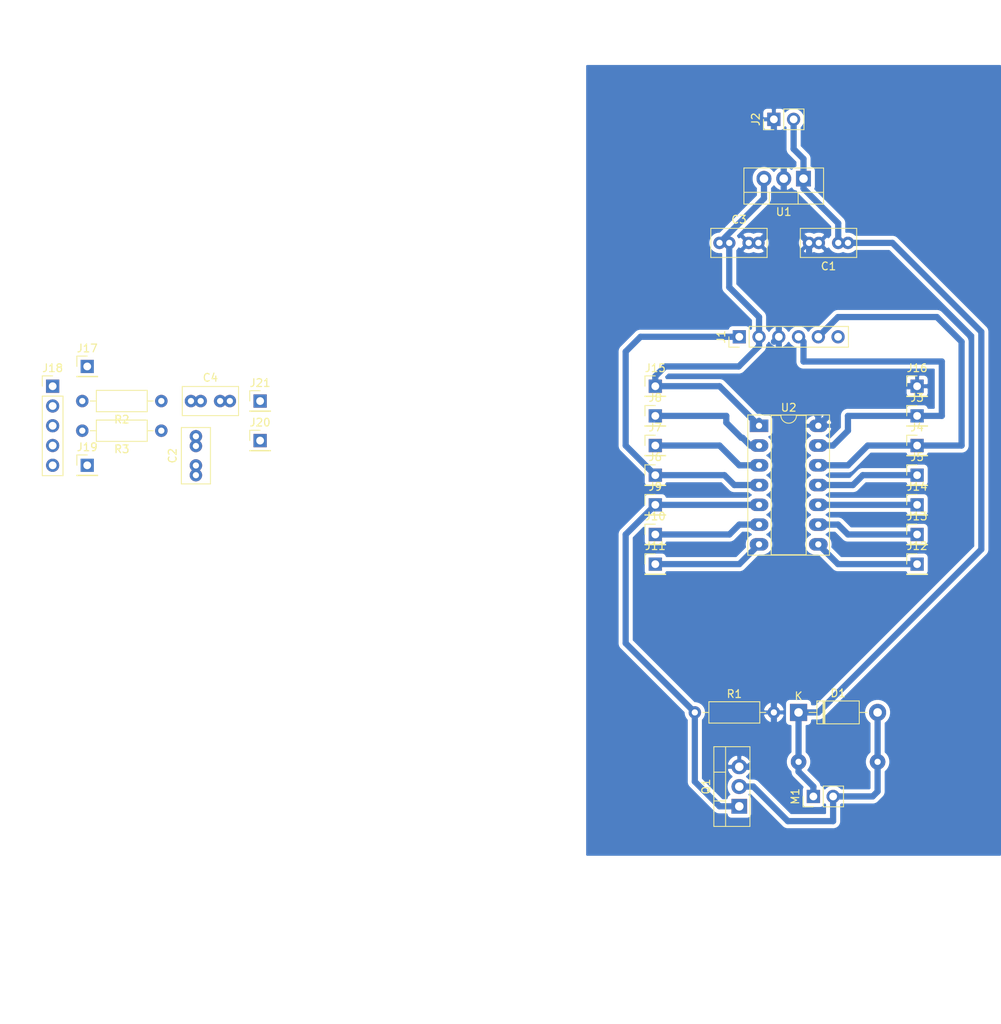
<source format=kicad_pcb>
(kicad_pcb (version 20171130) (host pcbnew "(5.1.6)-1")

  (general
    (thickness 1.6)
    (drawings 7)
    (tracks 122)
    (zones 0)
    (modules 33)
    (nets 23)
  )

  (page A4)
  (layers
    (0 F.Cu signal)
    (31 B.Cu signal)
    (32 B.Adhes user)
    (33 F.Adhes user)
    (34 B.Paste user)
    (35 F.Paste user)
    (36 B.SilkS user)
    (37 F.SilkS user)
    (38 B.Mask user)
    (39 F.Mask user)
    (40 Dwgs.User user)
    (41 Cmts.User user)
    (42 Eco1.User user)
    (43 Eco2.User user)
    (44 Edge.Cuts user)
    (45 Margin user)
    (46 B.CrtYd user)
    (47 F.CrtYd user)
    (48 B.Fab user)
    (49 F.Fab user)
  )

  (setup
    (last_trace_width 0.25)
    (user_trace_width 0.8)
    (trace_clearance 0.2)
    (zone_clearance 0.508)
    (zone_45_only no)
    (trace_min 0.2)
    (via_size 0.8)
    (via_drill 0.4)
    (via_min_size 0.4)
    (via_min_drill 0.3)
    (user_via 2 0.8)
    (uvia_size 0.3)
    (uvia_drill 0.1)
    (uvias_allowed no)
    (uvia_min_size 0.2)
    (uvia_min_drill 0.1)
    (edge_width 0.05)
    (segment_width 0.2)
    (pcb_text_width 0.3)
    (pcb_text_size 1.5 1.5)
    (mod_edge_width 0.12)
    (mod_text_size 1 1)
    (mod_text_width 0.15)
    (pad_size 1.524 1.524)
    (pad_drill 0.762)
    (pad_to_mask_clearance 0)
    (aux_axis_origin 0 0)
    (visible_elements 7FFFFFFF)
    (pcbplotparams
      (layerselection 0x010fc_ffffffff)
      (usegerberextensions false)
      (usegerberattributes true)
      (usegerberadvancedattributes true)
      (creategerberjobfile true)
      (excludeedgelayer true)
      (linewidth 0.100000)
      (plotframeref false)
      (viasonmask false)
      (mode 1)
      (useauxorigin false)
      (hpglpennumber 1)
      (hpglpenspeed 20)
      (hpglpendiameter 15.000000)
      (psnegative false)
      (psa4output false)
      (plotreference true)
      (plotvalue true)
      (plotinvisibletext false)
      (padsonsilk false)
      (subtractmaskfromsilk false)
      (outputformat 1)
      (mirror false)
      (drillshape 1)
      (scaleselection 1)
      (outputdirectory ""))
  )

  (net 0 "")
  (net 1 Earth)
  (net 2 VCC)
  (net 3 5V)
  (net 4 "Net-(D1-Pad2)")
  (net 5 Vpp)
  (net 6 PGD)
  (net 7 "Net-(J1-Pad6)")
  (net 8 PGC)
  (net 9 Ben3)
  (net 10 Ben2)
  (net 11 Ben10)
  (net 12 Ben9)
  (net 13 Ben8)
  (net 14 Ben7)
  (net 15 Ben6)
  (net 16 Ben11)
  (net 17 Ben5)
  (net 18 "Net-(C2-Pad2)")
  (net 19 "Net-(C4-Pad2)")
  (net 20 "Net-(J17-Pad1)")
  (net 21 "Net-(J18-Pad2)")
  (net 22 "Net-(J18-Pad3)")

  (net_class Default "This is the default net class."
    (clearance 0.2)
    (trace_width 0.25)
    (via_dia 0.8)
    (via_drill 0.4)
    (uvia_dia 0.3)
    (uvia_drill 0.1)
    (add_net 5V)
    (add_net Ben10)
    (add_net Ben11)
    (add_net Ben2)
    (add_net Ben3)
    (add_net Ben5)
    (add_net Ben6)
    (add_net Ben7)
    (add_net Ben8)
    (add_net Ben9)
    (add_net Earth)
    (add_net "Net-(C2-Pad2)")
    (add_net "Net-(C4-Pad2)")
    (add_net "Net-(D1-Pad2)")
    (add_net "Net-(J1-Pad6)")
    (add_net "Net-(J17-Pad1)")
    (add_net "Net-(J18-Pad2)")
    (add_net "Net-(J18-Pad3)")
    (add_net PGC)
    (add_net PGD)
    (add_net VCC)
    (add_net Vpp)
  )

  (module Capacitor_THT:C_Rect_L7.0mm_W3.5mm_P2.50mm_P5.00mm (layer F.Cu) (tedit 5AE50EF0) (tstamp 5FBD16A6)
    (at 150.495 67.31 180)
    (descr "C, Rect series, Radial, pin pitch=2.50mm 5.00mm, , length*width=7*3.5mm^2, Capacitor")
    (tags "C Rect series Radial pin pitch 2.50mm 5.00mm  length 7mm width 3.5mm Capacitor")
    (path /5FBC9654)
    (fp_text reference C1 (at 2.5 -3) (layer F.SilkS)
      (effects (font (size 1 1) (thickness 0.15)))
    )
    (fp_text value C (at 2.5 3) (layer F.Fab)
      (effects (font (size 1 1) (thickness 0.15)))
    )
    (fp_line (start 6.25 -2) (end -1.25 -2) (layer F.CrtYd) (width 0.05))
    (fp_line (start 6.25 2) (end 6.25 -2) (layer F.CrtYd) (width 0.05))
    (fp_line (start -1.25 2) (end 6.25 2) (layer F.CrtYd) (width 0.05))
    (fp_line (start -1.25 -2) (end -1.25 2) (layer F.CrtYd) (width 0.05))
    (fp_line (start 6.12 -1.87) (end 6.12 1.87) (layer F.SilkS) (width 0.12))
    (fp_line (start -1.12 -1.87) (end -1.12 1.87) (layer F.SilkS) (width 0.12))
    (fp_line (start -1.12 1.87) (end 6.12 1.87) (layer F.SilkS) (width 0.12))
    (fp_line (start -1.12 -1.87) (end 6.12 -1.87) (layer F.SilkS) (width 0.12))
    (fp_line (start 6 -1.75) (end -1 -1.75) (layer F.Fab) (width 0.1))
    (fp_line (start 6 1.75) (end 6 -1.75) (layer F.Fab) (width 0.1))
    (fp_line (start -1 1.75) (end 6 1.75) (layer F.Fab) (width 0.1))
    (fp_line (start -1 -1.75) (end -1 1.75) (layer F.Fab) (width 0.1))
    (fp_text user %R (at 1.25 0) (layer F.Fab)
      (effects (font (size 1 1) (thickness 0.15)))
    )
    (pad 1 thru_hole circle (at 1.25 0 180) (size 1.6 1.6) (drill 0.8) (layers *.Cu *.Mask)
      (net 2 VCC))
    (pad 2 thru_hole circle (at 3.75 0 180) (size 1.6 1.6) (drill 0.8) (layers *.Cu *.Mask)
      (net 1 Earth))
    (pad 1 thru_hole circle (at 0 0 180) (size 1.6 1.6) (drill 0.8) (layers *.Cu *.Mask)
      (net 2 VCC))
    (pad 2 thru_hole circle (at 5 0 180) (size 1.6 1.6) (drill 0.8) (layers *.Cu *.Mask)
      (net 1 Earth))
    (model ${KISYS3DMOD}/Capacitor_THT.3dshapes/C_Rect_L7.0mm_W3.5mm_P2.50mm_P5.00mm.wrl
      (at (xyz 0 0 0))
      (scale (xyz 1 1 1))
      (rotate (xyz 0 0 0))
    )
  )

  (module Capacitor_THT:C_Rect_L7.0mm_W3.5mm_P2.50mm_P5.00mm (layer F.Cu) (tedit 5AE50EF0) (tstamp 5FBD16BB)
    (at 133.985 67.31)
    (descr "C, Rect series, Radial, pin pitch=2.50mm 5.00mm, , length*width=7*3.5mm^2, Capacitor")
    (tags "C Rect series Radial pin pitch 2.50mm 5.00mm  length 7mm width 3.5mm Capacitor")
    (path /5FBC87E7)
    (fp_text reference C3 (at 2.5 -3) (layer F.SilkS)
      (effects (font (size 1 1) (thickness 0.15)))
    )
    (fp_text value C (at 2.5 3) (layer F.Fab)
      (effects (font (size 1 1) (thickness 0.15)))
    )
    (fp_line (start -1 -1.75) (end -1 1.75) (layer F.Fab) (width 0.1))
    (fp_line (start -1 1.75) (end 6 1.75) (layer F.Fab) (width 0.1))
    (fp_line (start 6 1.75) (end 6 -1.75) (layer F.Fab) (width 0.1))
    (fp_line (start 6 -1.75) (end -1 -1.75) (layer F.Fab) (width 0.1))
    (fp_line (start -1.12 -1.87) (end 6.12 -1.87) (layer F.SilkS) (width 0.12))
    (fp_line (start -1.12 1.87) (end 6.12 1.87) (layer F.SilkS) (width 0.12))
    (fp_line (start -1.12 -1.87) (end -1.12 1.87) (layer F.SilkS) (width 0.12))
    (fp_line (start 6.12 -1.87) (end 6.12 1.87) (layer F.SilkS) (width 0.12))
    (fp_line (start -1.25 -2) (end -1.25 2) (layer F.CrtYd) (width 0.05))
    (fp_line (start -1.25 2) (end 6.25 2) (layer F.CrtYd) (width 0.05))
    (fp_line (start 6.25 2) (end 6.25 -2) (layer F.CrtYd) (width 0.05))
    (fp_line (start 6.25 -2) (end -1.25 -2) (layer F.CrtYd) (width 0.05))
    (fp_text user %R (at 1.25 0) (layer F.Fab)
      (effects (font (size 1 1) (thickness 0.15)))
    )
    (pad 2 thru_hole circle (at 5 0) (size 1.6 1.6) (drill 0.8) (layers *.Cu *.Mask)
      (net 1 Earth))
    (pad 1 thru_hole circle (at 0 0) (size 1.6 1.6) (drill 0.8) (layers *.Cu *.Mask)
      (net 3 5V))
    (pad 2 thru_hole circle (at 3.75 0) (size 1.6 1.6) (drill 0.8) (layers *.Cu *.Mask)
      (net 1 Earth))
    (pad 1 thru_hole circle (at 1.25 0) (size 1.6 1.6) (drill 0.8) (layers *.Cu *.Mask)
      (net 3 5V))
    (model ${KISYS3DMOD}/Capacitor_THT.3dshapes/C_Rect_L7.0mm_W3.5mm_P2.50mm_P5.00mm.wrl
      (at (xyz 0 0 0))
      (scale (xyz 1 1 1))
      (rotate (xyz 0 0 0))
    )
  )

  (module Diode_THT:D_DO-41_SOD81_P10.16mm_Horizontal (layer F.Cu) (tedit 5AE50CD5) (tstamp 5FBD16DA)
    (at 144.145 127.635)
    (descr "Diode, DO-41_SOD81 series, Axial, Horizontal, pin pitch=10.16mm, , length*diameter=5.2*2.7mm^2, , http://www.diodes.com/_files/packages/DO-41%20(Plastic).pdf")
    (tags "Diode DO-41_SOD81 series Axial Horizontal pin pitch 10.16mm  length 5.2mm diameter 2.7mm")
    (path /5FBDDCFA)
    (fp_text reference D1 (at 5.08 -2.47) (layer F.SilkS)
      (effects (font (size 1 1) (thickness 0.15)))
    )
    (fp_text value D (at 5.08 2.47) (layer F.Fab)
      (effects (font (size 1 1) (thickness 0.15)))
    )
    (fp_line (start 11.51 -1.6) (end -1.35 -1.6) (layer F.CrtYd) (width 0.05))
    (fp_line (start 11.51 1.6) (end 11.51 -1.6) (layer F.CrtYd) (width 0.05))
    (fp_line (start -1.35 1.6) (end 11.51 1.6) (layer F.CrtYd) (width 0.05))
    (fp_line (start -1.35 -1.6) (end -1.35 1.6) (layer F.CrtYd) (width 0.05))
    (fp_line (start 3.14 -1.47) (end 3.14 1.47) (layer F.SilkS) (width 0.12))
    (fp_line (start 3.38 -1.47) (end 3.38 1.47) (layer F.SilkS) (width 0.12))
    (fp_line (start 3.26 -1.47) (end 3.26 1.47) (layer F.SilkS) (width 0.12))
    (fp_line (start 8.82 0) (end 7.8 0) (layer F.SilkS) (width 0.12))
    (fp_line (start 1.34 0) (end 2.36 0) (layer F.SilkS) (width 0.12))
    (fp_line (start 7.8 -1.47) (end 2.36 -1.47) (layer F.SilkS) (width 0.12))
    (fp_line (start 7.8 1.47) (end 7.8 -1.47) (layer F.SilkS) (width 0.12))
    (fp_line (start 2.36 1.47) (end 7.8 1.47) (layer F.SilkS) (width 0.12))
    (fp_line (start 2.36 -1.47) (end 2.36 1.47) (layer F.SilkS) (width 0.12))
    (fp_line (start 3.16 -1.35) (end 3.16 1.35) (layer F.Fab) (width 0.1))
    (fp_line (start 3.36 -1.35) (end 3.36 1.35) (layer F.Fab) (width 0.1))
    (fp_line (start 3.26 -1.35) (end 3.26 1.35) (layer F.Fab) (width 0.1))
    (fp_line (start 10.16 0) (end 7.68 0) (layer F.Fab) (width 0.1))
    (fp_line (start 0 0) (end 2.48 0) (layer F.Fab) (width 0.1))
    (fp_line (start 7.68 -1.35) (end 2.48 -1.35) (layer F.Fab) (width 0.1))
    (fp_line (start 7.68 1.35) (end 7.68 -1.35) (layer F.Fab) (width 0.1))
    (fp_line (start 2.48 1.35) (end 7.68 1.35) (layer F.Fab) (width 0.1))
    (fp_line (start 2.48 -1.35) (end 2.48 1.35) (layer F.Fab) (width 0.1))
    (fp_text user %R (at 5.47 0) (layer F.Fab)
      (effects (font (size 1 1) (thickness 0.15)))
    )
    (fp_text user K (at 0 -2.1) (layer F.Fab)
      (effects (font (size 1 1) (thickness 0.15)))
    )
    (fp_text user K (at 0 -2.1) (layer F.SilkS)
      (effects (font (size 1 1) (thickness 0.15)))
    )
    (pad 1 thru_hole rect (at 0 0) (size 2.2 2.2) (drill 1.1) (layers *.Cu *.Mask)
      (net 2 VCC))
    (pad 2 thru_hole oval (at 10.16 0) (size 2.2 2.2) (drill 1.1) (layers *.Cu *.Mask)
      (net 4 "Net-(D1-Pad2)"))
    (model ${KISYS3DMOD}/Diode_THT.3dshapes/D_DO-41_SOD81_P10.16mm_Horizontal.wrl
      (at (xyz 0 0 0))
      (scale (xyz 1 1 1))
      (rotate (xyz 0 0 0))
    )
  )

  (module Connector_PinHeader_2.54mm:PinHeader_1x06_P2.54mm_Vertical (layer F.Cu) (tedit 59FED5CC) (tstamp 5FBD16F4)
    (at 136.525 79.375 90)
    (descr "Through hole straight pin header, 1x06, 2.54mm pitch, single row")
    (tags "Through hole pin header THT 1x06 2.54mm single row")
    (path /5FBD2C9F)
    (fp_text reference J1 (at 0 -2.33 90) (layer F.SilkS)
      (effects (font (size 1 1) (thickness 0.15)))
    )
    (fp_text value Conn_01x06_Male (at 0 15.03 90) (layer F.Fab)
      (effects (font (size 1 1) (thickness 0.15)))
    )
    (fp_line (start 1.8 -1.8) (end -1.8 -1.8) (layer F.CrtYd) (width 0.05))
    (fp_line (start 1.8 14.5) (end 1.8 -1.8) (layer F.CrtYd) (width 0.05))
    (fp_line (start -1.8 14.5) (end 1.8 14.5) (layer F.CrtYd) (width 0.05))
    (fp_line (start -1.8 -1.8) (end -1.8 14.5) (layer F.CrtYd) (width 0.05))
    (fp_line (start -1.33 -1.33) (end 0 -1.33) (layer F.SilkS) (width 0.12))
    (fp_line (start -1.33 0) (end -1.33 -1.33) (layer F.SilkS) (width 0.12))
    (fp_line (start -1.33 1.27) (end 1.33 1.27) (layer F.SilkS) (width 0.12))
    (fp_line (start 1.33 1.27) (end 1.33 14.03) (layer F.SilkS) (width 0.12))
    (fp_line (start -1.33 1.27) (end -1.33 14.03) (layer F.SilkS) (width 0.12))
    (fp_line (start -1.33 14.03) (end 1.33 14.03) (layer F.SilkS) (width 0.12))
    (fp_line (start -1.27 -0.635) (end -0.635 -1.27) (layer F.Fab) (width 0.1))
    (fp_line (start -1.27 13.97) (end -1.27 -0.635) (layer F.Fab) (width 0.1))
    (fp_line (start 1.27 13.97) (end -1.27 13.97) (layer F.Fab) (width 0.1))
    (fp_line (start 1.27 -1.27) (end 1.27 13.97) (layer F.Fab) (width 0.1))
    (fp_line (start -0.635 -1.27) (end 1.27 -1.27) (layer F.Fab) (width 0.1))
    (fp_text user %R (at 0 6.35) (layer F.Fab)
      (effects (font (size 1 1) (thickness 0.15)))
    )
    (pad 1 thru_hole rect (at 0 0 90) (size 1.7 1.7) (drill 1) (layers *.Cu *.Mask)
      (net 5 Vpp))
    (pad 2 thru_hole oval (at 0 2.54 90) (size 1.7 1.7) (drill 1) (layers *.Cu *.Mask)
      (net 3 5V))
    (pad 3 thru_hole oval (at 0 5.08 90) (size 1.7 1.7) (drill 1) (layers *.Cu *.Mask)
      (net 1 Earth))
    (pad 4 thru_hole oval (at 0 7.62 90) (size 1.7 1.7) (drill 1) (layers *.Cu *.Mask)
      (net 6 PGD))
    (pad 5 thru_hole oval (at 0 10.16 90) (size 1.7 1.7) (drill 1) (layers *.Cu *.Mask)
      (net 8 PGC))
    (pad 6 thru_hole oval (at 0 12.7 90) (size 1.7 1.7) (drill 1) (layers *.Cu *.Mask)
      (net 7 "Net-(J1-Pad6)"))
    (model ${KISYS3DMOD}/Connector_PinHeader_2.54mm.3dshapes/PinHeader_1x06_P2.54mm_Vertical.wrl
      (at (xyz 0 0 0))
      (scale (xyz 1 1 1))
      (rotate (xyz 0 0 0))
    )
  )

  (module Connector_PinHeader_2.54mm:PinHeader_1x02_P2.54mm_Vertical (layer F.Cu) (tedit 59FED5CC) (tstamp 5FBD170A)
    (at 140.97 51.435 90)
    (descr "Through hole straight pin header, 1x02, 2.54mm pitch, single row")
    (tags "Through hole pin header THT 1x02 2.54mm single row")
    (path /5FBF0A3C)
    (fp_text reference J2 (at 0 -2.33 90) (layer F.SilkS)
      (effects (font (size 1 1) (thickness 0.15)))
    )
    (fp_text value Conn_01x02_Female (at 0 4.87 90) (layer F.Fab)
      (effects (font (size 1 1) (thickness 0.15)))
    )
    (fp_line (start -0.635 -1.27) (end 1.27 -1.27) (layer F.Fab) (width 0.1))
    (fp_line (start 1.27 -1.27) (end 1.27 3.81) (layer F.Fab) (width 0.1))
    (fp_line (start 1.27 3.81) (end -1.27 3.81) (layer F.Fab) (width 0.1))
    (fp_line (start -1.27 3.81) (end -1.27 -0.635) (layer F.Fab) (width 0.1))
    (fp_line (start -1.27 -0.635) (end -0.635 -1.27) (layer F.Fab) (width 0.1))
    (fp_line (start -1.33 3.87) (end 1.33 3.87) (layer F.SilkS) (width 0.12))
    (fp_line (start -1.33 1.27) (end -1.33 3.87) (layer F.SilkS) (width 0.12))
    (fp_line (start 1.33 1.27) (end 1.33 3.87) (layer F.SilkS) (width 0.12))
    (fp_line (start -1.33 1.27) (end 1.33 1.27) (layer F.SilkS) (width 0.12))
    (fp_line (start -1.33 0) (end -1.33 -1.33) (layer F.SilkS) (width 0.12))
    (fp_line (start -1.33 -1.33) (end 0 -1.33) (layer F.SilkS) (width 0.12))
    (fp_line (start -1.8 -1.8) (end -1.8 4.35) (layer F.CrtYd) (width 0.05))
    (fp_line (start -1.8 4.35) (end 1.8 4.35) (layer F.CrtYd) (width 0.05))
    (fp_line (start 1.8 4.35) (end 1.8 -1.8) (layer F.CrtYd) (width 0.05))
    (fp_line (start 1.8 -1.8) (end -1.8 -1.8) (layer F.CrtYd) (width 0.05))
    (fp_text user %R (at 0 1.27) (layer F.Fab)
      (effects (font (size 1 1) (thickness 0.15)))
    )
    (pad 2 thru_hole oval (at 0 2.54 90) (size 1.7 1.7) (drill 1) (layers *.Cu *.Mask)
      (net 2 VCC))
    (pad 1 thru_hole rect (at 0 0 90) (size 1.7 1.7) (drill 1) (layers *.Cu *.Mask)
      (net 1 Earth))
    (model ${KISYS3DMOD}/Connector_PinHeader_2.54mm.3dshapes/PinHeader_1x02_P2.54mm_Vertical.wrl
      (at (xyz 0 0 0))
      (scale (xyz 1 1 1))
      (rotate (xyz 0 0 0))
    )
  )

  (module Connector_PinHeader_2.54mm:PinHeader_1x01_P2.54mm_Vertical (layer F.Cu) (tedit 59FED5CC) (tstamp 5FBD171F)
    (at 159.385 89.535)
    (descr "Through hole straight pin header, 1x01, 2.54mm pitch, single row")
    (tags "Through hole pin header THT 1x01 2.54mm single row")
    (path /5FC215CE)
    (fp_text reference J3 (at 0 -2.33) (layer F.SilkS)
      (effects (font (size 1 1) (thickness 0.15)))
    )
    (fp_text value Conn_01x01_Female (at 0 2.33) (layer F.Fab)
      (effects (font (size 1 1) (thickness 0.15)))
    )
    (fp_line (start -0.635 -1.27) (end 1.27 -1.27) (layer F.Fab) (width 0.1))
    (fp_line (start 1.27 -1.27) (end 1.27 1.27) (layer F.Fab) (width 0.1))
    (fp_line (start 1.27 1.27) (end -1.27 1.27) (layer F.Fab) (width 0.1))
    (fp_line (start -1.27 1.27) (end -1.27 -0.635) (layer F.Fab) (width 0.1))
    (fp_line (start -1.27 -0.635) (end -0.635 -1.27) (layer F.Fab) (width 0.1))
    (fp_line (start -1.33 1.33) (end 1.33 1.33) (layer F.SilkS) (width 0.12))
    (fp_line (start -1.33 1.27) (end -1.33 1.33) (layer F.SilkS) (width 0.12))
    (fp_line (start 1.33 1.27) (end 1.33 1.33) (layer F.SilkS) (width 0.12))
    (fp_line (start -1.33 1.27) (end 1.33 1.27) (layer F.SilkS) (width 0.12))
    (fp_line (start -1.33 0) (end -1.33 -1.33) (layer F.SilkS) (width 0.12))
    (fp_line (start -1.33 -1.33) (end 0 -1.33) (layer F.SilkS) (width 0.12))
    (fp_line (start -1.8 -1.8) (end -1.8 1.8) (layer F.CrtYd) (width 0.05))
    (fp_line (start -1.8 1.8) (end 1.8 1.8) (layer F.CrtYd) (width 0.05))
    (fp_line (start 1.8 1.8) (end 1.8 -1.8) (layer F.CrtYd) (width 0.05))
    (fp_line (start 1.8 -1.8) (end -1.8 -1.8) (layer F.CrtYd) (width 0.05))
    (fp_text user %R (at 0 0 90) (layer F.Fab)
      (effects (font (size 1 1) (thickness 0.15)))
    )
    (pad 1 thru_hole rect (at 0 0) (size 1.7 1.7) (drill 1) (layers *.Cu *.Mask)
      (net 6 PGD))
    (model ${KISYS3DMOD}/Connector_PinHeader_2.54mm.3dshapes/PinHeader_1x01_P2.54mm_Vertical.wrl
      (at (xyz 0 0 0))
      (scale (xyz 1 1 1))
      (rotate (xyz 0 0 0))
    )
  )

  (module Connector_PinHeader_2.54mm:PinHeader_1x01_P2.54mm_Vertical (layer F.Cu) (tedit 59FED5CC) (tstamp 5FBD1734)
    (at 159.385 93.345)
    (descr "Through hole straight pin header, 1x01, 2.54mm pitch, single row")
    (tags "Through hole pin header THT 1x01 2.54mm single row")
    (path /5FC21E93)
    (fp_text reference J4 (at 0 -2.33) (layer F.SilkS)
      (effects (font (size 1 1) (thickness 0.15)))
    )
    (fp_text value Conn_01x01_Female (at 0 2.33) (layer F.Fab)
      (effects (font (size 1 1) (thickness 0.15)))
    )
    (fp_line (start 1.8 -1.8) (end -1.8 -1.8) (layer F.CrtYd) (width 0.05))
    (fp_line (start 1.8 1.8) (end 1.8 -1.8) (layer F.CrtYd) (width 0.05))
    (fp_line (start -1.8 1.8) (end 1.8 1.8) (layer F.CrtYd) (width 0.05))
    (fp_line (start -1.8 -1.8) (end -1.8 1.8) (layer F.CrtYd) (width 0.05))
    (fp_line (start -1.33 -1.33) (end 0 -1.33) (layer F.SilkS) (width 0.12))
    (fp_line (start -1.33 0) (end -1.33 -1.33) (layer F.SilkS) (width 0.12))
    (fp_line (start -1.33 1.27) (end 1.33 1.27) (layer F.SilkS) (width 0.12))
    (fp_line (start 1.33 1.27) (end 1.33 1.33) (layer F.SilkS) (width 0.12))
    (fp_line (start -1.33 1.27) (end -1.33 1.33) (layer F.SilkS) (width 0.12))
    (fp_line (start -1.33 1.33) (end 1.33 1.33) (layer F.SilkS) (width 0.12))
    (fp_line (start -1.27 -0.635) (end -0.635 -1.27) (layer F.Fab) (width 0.1))
    (fp_line (start -1.27 1.27) (end -1.27 -0.635) (layer F.Fab) (width 0.1))
    (fp_line (start 1.27 1.27) (end -1.27 1.27) (layer F.Fab) (width 0.1))
    (fp_line (start 1.27 -1.27) (end 1.27 1.27) (layer F.Fab) (width 0.1))
    (fp_line (start -0.635 -1.27) (end 1.27 -1.27) (layer F.Fab) (width 0.1))
    (fp_text user %R (at 0 0 90) (layer F.Fab)
      (effects (font (size 1 1) (thickness 0.15)))
    )
    (pad 1 thru_hole rect (at 0 0) (size 1.7 1.7) (drill 1) (layers *.Cu *.Mask)
      (net 8 PGC))
    (model ${KISYS3DMOD}/Connector_PinHeader_2.54mm.3dshapes/PinHeader_1x01_P2.54mm_Vertical.wrl
      (at (xyz 0 0 0))
      (scale (xyz 1 1 1))
      (rotate (xyz 0 0 0))
    )
  )

  (module Connector_PinHeader_2.54mm:PinHeader_1x01_P2.54mm_Vertical (layer F.Cu) (tedit 59FED5CC) (tstamp 5FBD1749)
    (at 159.385 97.155)
    (descr "Through hole straight pin header, 1x01, 2.54mm pitch, single row")
    (tags "Through hole pin header THT 1x01 2.54mm single row")
    (path /5FC221FE)
    (fp_text reference J5 (at 0 -2.33) (layer F.SilkS)
      (effects (font (size 1 1) (thickness 0.15)))
    )
    (fp_text value Conn_01x01_Female (at 0 2.33) (layer F.Fab)
      (effects (font (size 1 1) (thickness 0.15)))
    )
    (fp_line (start -0.635 -1.27) (end 1.27 -1.27) (layer F.Fab) (width 0.1))
    (fp_line (start 1.27 -1.27) (end 1.27 1.27) (layer F.Fab) (width 0.1))
    (fp_line (start 1.27 1.27) (end -1.27 1.27) (layer F.Fab) (width 0.1))
    (fp_line (start -1.27 1.27) (end -1.27 -0.635) (layer F.Fab) (width 0.1))
    (fp_line (start -1.27 -0.635) (end -0.635 -1.27) (layer F.Fab) (width 0.1))
    (fp_line (start -1.33 1.33) (end 1.33 1.33) (layer F.SilkS) (width 0.12))
    (fp_line (start -1.33 1.27) (end -1.33 1.33) (layer F.SilkS) (width 0.12))
    (fp_line (start 1.33 1.27) (end 1.33 1.33) (layer F.SilkS) (width 0.12))
    (fp_line (start -1.33 1.27) (end 1.33 1.27) (layer F.SilkS) (width 0.12))
    (fp_line (start -1.33 0) (end -1.33 -1.33) (layer F.SilkS) (width 0.12))
    (fp_line (start -1.33 -1.33) (end 0 -1.33) (layer F.SilkS) (width 0.12))
    (fp_line (start -1.8 -1.8) (end -1.8 1.8) (layer F.CrtYd) (width 0.05))
    (fp_line (start -1.8 1.8) (end 1.8 1.8) (layer F.CrtYd) (width 0.05))
    (fp_line (start 1.8 1.8) (end 1.8 -1.8) (layer F.CrtYd) (width 0.05))
    (fp_line (start 1.8 -1.8) (end -1.8 -1.8) (layer F.CrtYd) (width 0.05))
    (fp_text user %R (at 0 0 90) (layer F.Fab)
      (effects (font (size 1 1) (thickness 0.15)))
    )
    (pad 1 thru_hole rect (at 0 0) (size 1.7 1.7) (drill 1) (layers *.Cu *.Mask)
      (net 16 Ben11))
    (model ${KISYS3DMOD}/Connector_PinHeader_2.54mm.3dshapes/PinHeader_1x01_P2.54mm_Vertical.wrl
      (at (xyz 0 0 0))
      (scale (xyz 1 1 1))
      (rotate (xyz 0 0 0))
    )
  )

  (module Connector_PinHeader_2.54mm:PinHeader_1x01_P2.54mm_Vertical (layer F.Cu) (tedit 59FED5CC) (tstamp 5FBD175E)
    (at 125.73 97.155)
    (descr "Through hole straight pin header, 1x01, 2.54mm pitch, single row")
    (tags "Through hole pin header THT 1x01 2.54mm single row")
    (path /5FC22528)
    (fp_text reference J6 (at 0 -2.33) (layer F.SilkS)
      (effects (font (size 1 1) (thickness 0.15)))
    )
    (fp_text value Conn_01x01_Female (at 0 2.33) (layer F.Fab)
      (effects (font (size 1 1) (thickness 0.15)))
    )
    (fp_line (start 1.8 -1.8) (end -1.8 -1.8) (layer F.CrtYd) (width 0.05))
    (fp_line (start 1.8 1.8) (end 1.8 -1.8) (layer F.CrtYd) (width 0.05))
    (fp_line (start -1.8 1.8) (end 1.8 1.8) (layer F.CrtYd) (width 0.05))
    (fp_line (start -1.8 -1.8) (end -1.8 1.8) (layer F.CrtYd) (width 0.05))
    (fp_line (start -1.33 -1.33) (end 0 -1.33) (layer F.SilkS) (width 0.12))
    (fp_line (start -1.33 0) (end -1.33 -1.33) (layer F.SilkS) (width 0.12))
    (fp_line (start -1.33 1.27) (end 1.33 1.27) (layer F.SilkS) (width 0.12))
    (fp_line (start 1.33 1.27) (end 1.33 1.33) (layer F.SilkS) (width 0.12))
    (fp_line (start -1.33 1.27) (end -1.33 1.33) (layer F.SilkS) (width 0.12))
    (fp_line (start -1.33 1.33) (end 1.33 1.33) (layer F.SilkS) (width 0.12))
    (fp_line (start -1.27 -0.635) (end -0.635 -1.27) (layer F.Fab) (width 0.1))
    (fp_line (start -1.27 1.27) (end -1.27 -0.635) (layer F.Fab) (width 0.1))
    (fp_line (start 1.27 1.27) (end -1.27 1.27) (layer F.Fab) (width 0.1))
    (fp_line (start 1.27 -1.27) (end 1.27 1.27) (layer F.Fab) (width 0.1))
    (fp_line (start -0.635 -1.27) (end 1.27 -1.27) (layer F.Fab) (width 0.1))
    (fp_text user %R (at 0 0 90) (layer F.Fab)
      (effects (font (size 1 1) (thickness 0.15)))
    )
    (pad 1 thru_hole rect (at 0 0) (size 1.7 1.7) (drill 1) (layers *.Cu *.Mask)
      (net 5 Vpp))
    (model ${KISYS3DMOD}/Connector_PinHeader_2.54mm.3dshapes/PinHeader_1x01_P2.54mm_Vertical.wrl
      (at (xyz 0 0 0))
      (scale (xyz 1 1 1))
      (rotate (xyz 0 0 0))
    )
  )

  (module Connector_PinHeader_2.54mm:PinHeader_1x01_P2.54mm_Vertical (layer F.Cu) (tedit 59FED5CC) (tstamp 5FBD1773)
    (at 125.73 93.345)
    (descr "Through hole straight pin header, 1x01, 2.54mm pitch, single row")
    (tags "Through hole pin header THT 1x01 2.54mm single row")
    (path /5FC22939)
    (fp_text reference J7 (at 0 -2.33) (layer F.SilkS)
      (effects (font (size 1 1) (thickness 0.15)))
    )
    (fp_text value Conn_01x01_Female (at 0 2.33) (layer F.Fab)
      (effects (font (size 1 1) (thickness 0.15)))
    )
    (fp_line (start -0.635 -1.27) (end 1.27 -1.27) (layer F.Fab) (width 0.1))
    (fp_line (start 1.27 -1.27) (end 1.27 1.27) (layer F.Fab) (width 0.1))
    (fp_line (start 1.27 1.27) (end -1.27 1.27) (layer F.Fab) (width 0.1))
    (fp_line (start -1.27 1.27) (end -1.27 -0.635) (layer F.Fab) (width 0.1))
    (fp_line (start -1.27 -0.635) (end -0.635 -1.27) (layer F.Fab) (width 0.1))
    (fp_line (start -1.33 1.33) (end 1.33 1.33) (layer F.SilkS) (width 0.12))
    (fp_line (start -1.33 1.27) (end -1.33 1.33) (layer F.SilkS) (width 0.12))
    (fp_line (start 1.33 1.27) (end 1.33 1.33) (layer F.SilkS) (width 0.12))
    (fp_line (start -1.33 1.27) (end 1.33 1.27) (layer F.SilkS) (width 0.12))
    (fp_line (start -1.33 0) (end -1.33 -1.33) (layer F.SilkS) (width 0.12))
    (fp_line (start -1.33 -1.33) (end 0 -1.33) (layer F.SilkS) (width 0.12))
    (fp_line (start -1.8 -1.8) (end -1.8 1.8) (layer F.CrtYd) (width 0.05))
    (fp_line (start -1.8 1.8) (end 1.8 1.8) (layer F.CrtYd) (width 0.05))
    (fp_line (start 1.8 1.8) (end 1.8 -1.8) (layer F.CrtYd) (width 0.05))
    (fp_line (start 1.8 -1.8) (end -1.8 -1.8) (layer F.CrtYd) (width 0.05))
    (fp_text user %R (at 0 0 90) (layer F.Fab)
      (effects (font (size 1 1) (thickness 0.15)))
    )
    (pad 1 thru_hole rect (at 0 0) (size 1.7 1.7) (drill 1) (layers *.Cu *.Mask)
      (net 9 Ben3))
    (model ${KISYS3DMOD}/Connector_PinHeader_2.54mm.3dshapes/PinHeader_1x01_P2.54mm_Vertical.wrl
      (at (xyz 0 0 0))
      (scale (xyz 1 1 1))
      (rotate (xyz 0 0 0))
    )
  )

  (module Connector_PinHeader_2.54mm:PinHeader_1x01_P2.54mm_Vertical (layer F.Cu) (tedit 59FED5CC) (tstamp 5FBD1788)
    (at 125.73 89.535)
    (descr "Through hole straight pin header, 1x01, 2.54mm pitch, single row")
    (tags "Through hole pin header THT 1x01 2.54mm single row")
    (path /5FC2A7F6)
    (fp_text reference J8 (at 0 -2.33) (layer F.SilkS)
      (effects (font (size 1 1) (thickness 0.15)))
    )
    (fp_text value Conn_01x01_Female (at 0 2.33) (layer F.Fab)
      (effects (font (size 1 1) (thickness 0.15)))
    )
    (fp_line (start 1.8 -1.8) (end -1.8 -1.8) (layer F.CrtYd) (width 0.05))
    (fp_line (start 1.8 1.8) (end 1.8 -1.8) (layer F.CrtYd) (width 0.05))
    (fp_line (start -1.8 1.8) (end 1.8 1.8) (layer F.CrtYd) (width 0.05))
    (fp_line (start -1.8 -1.8) (end -1.8 1.8) (layer F.CrtYd) (width 0.05))
    (fp_line (start -1.33 -1.33) (end 0 -1.33) (layer F.SilkS) (width 0.12))
    (fp_line (start -1.33 0) (end -1.33 -1.33) (layer F.SilkS) (width 0.12))
    (fp_line (start -1.33 1.27) (end 1.33 1.27) (layer F.SilkS) (width 0.12))
    (fp_line (start 1.33 1.27) (end 1.33 1.33) (layer F.SilkS) (width 0.12))
    (fp_line (start -1.33 1.27) (end -1.33 1.33) (layer F.SilkS) (width 0.12))
    (fp_line (start -1.33 1.33) (end 1.33 1.33) (layer F.SilkS) (width 0.12))
    (fp_line (start -1.27 -0.635) (end -0.635 -1.27) (layer F.Fab) (width 0.1))
    (fp_line (start -1.27 1.27) (end -1.27 -0.635) (layer F.Fab) (width 0.1))
    (fp_line (start 1.27 1.27) (end -1.27 1.27) (layer F.Fab) (width 0.1))
    (fp_line (start 1.27 -1.27) (end 1.27 1.27) (layer F.Fab) (width 0.1))
    (fp_line (start -0.635 -1.27) (end 1.27 -1.27) (layer F.Fab) (width 0.1))
    (fp_text user %R (at 0 0 90) (layer F.Fab)
      (effects (font (size 1 1) (thickness 0.15)))
    )
    (pad 1 thru_hole rect (at 0 0) (size 1.7 1.7) (drill 1) (layers *.Cu *.Mask)
      (net 10 Ben2))
    (model ${KISYS3DMOD}/Connector_PinHeader_2.54mm.3dshapes/PinHeader_1x01_P2.54mm_Vertical.wrl
      (at (xyz 0 0 0))
      (scale (xyz 1 1 1))
      (rotate (xyz 0 0 0))
    )
  )

  (module Connector_PinHeader_2.54mm:PinHeader_1x01_P2.54mm_Vertical (layer F.Cu) (tedit 59FED5CC) (tstamp 5FBD179D)
    (at 125.73 100.965)
    (descr "Through hole straight pin header, 1x01, 2.54mm pitch, single row")
    (tags "Through hole pin header THT 1x01 2.54mm single row")
    (path /5FC2A7FC)
    (fp_text reference J9 (at 0 -2.33) (layer F.SilkS)
      (effects (font (size 1 1) (thickness 0.15)))
    )
    (fp_text value Conn_01x01_Female (at 0 2.33) (layer F.Fab)
      (effects (font (size 1 1) (thickness 0.15)))
    )
    (fp_line (start -0.635 -1.27) (end 1.27 -1.27) (layer F.Fab) (width 0.1))
    (fp_line (start 1.27 -1.27) (end 1.27 1.27) (layer F.Fab) (width 0.1))
    (fp_line (start 1.27 1.27) (end -1.27 1.27) (layer F.Fab) (width 0.1))
    (fp_line (start -1.27 1.27) (end -1.27 -0.635) (layer F.Fab) (width 0.1))
    (fp_line (start -1.27 -0.635) (end -0.635 -1.27) (layer F.Fab) (width 0.1))
    (fp_line (start -1.33 1.33) (end 1.33 1.33) (layer F.SilkS) (width 0.12))
    (fp_line (start -1.33 1.27) (end -1.33 1.33) (layer F.SilkS) (width 0.12))
    (fp_line (start 1.33 1.27) (end 1.33 1.33) (layer F.SilkS) (width 0.12))
    (fp_line (start -1.33 1.27) (end 1.33 1.27) (layer F.SilkS) (width 0.12))
    (fp_line (start -1.33 0) (end -1.33 -1.33) (layer F.SilkS) (width 0.12))
    (fp_line (start -1.33 -1.33) (end 0 -1.33) (layer F.SilkS) (width 0.12))
    (fp_line (start -1.8 -1.8) (end -1.8 1.8) (layer F.CrtYd) (width 0.05))
    (fp_line (start -1.8 1.8) (end 1.8 1.8) (layer F.CrtYd) (width 0.05))
    (fp_line (start 1.8 1.8) (end 1.8 -1.8) (layer F.CrtYd) (width 0.05))
    (fp_line (start 1.8 -1.8) (end -1.8 -1.8) (layer F.CrtYd) (width 0.05))
    (fp_text user %R (at 0 0 90) (layer F.Fab)
      (effects (font (size 1 1) (thickness 0.15)))
    )
    (pad 1 thru_hole rect (at 0 0) (size 1.7 1.7) (drill 1) (layers *.Cu *.Mask)
      (net 17 Ben5))
    (model ${KISYS3DMOD}/Connector_PinHeader_2.54mm.3dshapes/PinHeader_1x01_P2.54mm_Vertical.wrl
      (at (xyz 0 0 0))
      (scale (xyz 1 1 1))
      (rotate (xyz 0 0 0))
    )
  )

  (module Connector_PinHeader_2.54mm:PinHeader_1x01_P2.54mm_Vertical (layer F.Cu) (tedit 59FED5CC) (tstamp 5FBD17B2)
    (at 125.73 104.775)
    (descr "Through hole straight pin header, 1x01, 2.54mm pitch, single row")
    (tags "Through hole pin header THT 1x01 2.54mm single row")
    (path /5FC2A802)
    (fp_text reference J10 (at 0 -2.33) (layer F.SilkS)
      (effects (font (size 1 1) (thickness 0.15)))
    )
    (fp_text value Conn_01x01_Female (at 0 2.33) (layer F.Fab)
      (effects (font (size 1 1) (thickness 0.15)))
    )
    (fp_line (start 1.8 -1.8) (end -1.8 -1.8) (layer F.CrtYd) (width 0.05))
    (fp_line (start 1.8 1.8) (end 1.8 -1.8) (layer F.CrtYd) (width 0.05))
    (fp_line (start -1.8 1.8) (end 1.8 1.8) (layer F.CrtYd) (width 0.05))
    (fp_line (start -1.8 -1.8) (end -1.8 1.8) (layer F.CrtYd) (width 0.05))
    (fp_line (start -1.33 -1.33) (end 0 -1.33) (layer F.SilkS) (width 0.12))
    (fp_line (start -1.33 0) (end -1.33 -1.33) (layer F.SilkS) (width 0.12))
    (fp_line (start -1.33 1.27) (end 1.33 1.27) (layer F.SilkS) (width 0.12))
    (fp_line (start 1.33 1.27) (end 1.33 1.33) (layer F.SilkS) (width 0.12))
    (fp_line (start -1.33 1.27) (end -1.33 1.33) (layer F.SilkS) (width 0.12))
    (fp_line (start -1.33 1.33) (end 1.33 1.33) (layer F.SilkS) (width 0.12))
    (fp_line (start -1.27 -0.635) (end -0.635 -1.27) (layer F.Fab) (width 0.1))
    (fp_line (start -1.27 1.27) (end -1.27 -0.635) (layer F.Fab) (width 0.1))
    (fp_line (start 1.27 1.27) (end -1.27 1.27) (layer F.Fab) (width 0.1))
    (fp_line (start 1.27 -1.27) (end 1.27 1.27) (layer F.Fab) (width 0.1))
    (fp_line (start -0.635 -1.27) (end 1.27 -1.27) (layer F.Fab) (width 0.1))
    (fp_text user %R (at 0 0 90) (layer F.Fab)
      (effects (font (size 1 1) (thickness 0.15)))
    )
    (pad 1 thru_hole rect (at 0 0) (size 1.7 1.7) (drill 1) (layers *.Cu *.Mask)
      (net 15 Ben6))
    (model ${KISYS3DMOD}/Connector_PinHeader_2.54mm.3dshapes/PinHeader_1x01_P2.54mm_Vertical.wrl
      (at (xyz 0 0 0))
      (scale (xyz 1 1 1))
      (rotate (xyz 0 0 0))
    )
  )

  (module Connector_PinHeader_2.54mm:PinHeader_1x01_P2.54mm_Vertical (layer F.Cu) (tedit 59FED5CC) (tstamp 5FBD17C7)
    (at 125.73 108.585)
    (descr "Through hole straight pin header, 1x01, 2.54mm pitch, single row")
    (tags "Through hole pin header THT 1x01 2.54mm single row")
    (path /5FC2A808)
    (fp_text reference J11 (at 0 -2.33) (layer F.SilkS)
      (effects (font (size 1 1) (thickness 0.15)))
    )
    (fp_text value Conn_01x01_Female (at 0 2.33) (layer F.Fab)
      (effects (font (size 1 1) (thickness 0.15)))
    )
    (fp_line (start -0.635 -1.27) (end 1.27 -1.27) (layer F.Fab) (width 0.1))
    (fp_line (start 1.27 -1.27) (end 1.27 1.27) (layer F.Fab) (width 0.1))
    (fp_line (start 1.27 1.27) (end -1.27 1.27) (layer F.Fab) (width 0.1))
    (fp_line (start -1.27 1.27) (end -1.27 -0.635) (layer F.Fab) (width 0.1))
    (fp_line (start -1.27 -0.635) (end -0.635 -1.27) (layer F.Fab) (width 0.1))
    (fp_line (start -1.33 1.33) (end 1.33 1.33) (layer F.SilkS) (width 0.12))
    (fp_line (start -1.33 1.27) (end -1.33 1.33) (layer F.SilkS) (width 0.12))
    (fp_line (start 1.33 1.27) (end 1.33 1.33) (layer F.SilkS) (width 0.12))
    (fp_line (start -1.33 1.27) (end 1.33 1.27) (layer F.SilkS) (width 0.12))
    (fp_line (start -1.33 0) (end -1.33 -1.33) (layer F.SilkS) (width 0.12))
    (fp_line (start -1.33 -1.33) (end 0 -1.33) (layer F.SilkS) (width 0.12))
    (fp_line (start -1.8 -1.8) (end -1.8 1.8) (layer F.CrtYd) (width 0.05))
    (fp_line (start -1.8 1.8) (end 1.8 1.8) (layer F.CrtYd) (width 0.05))
    (fp_line (start 1.8 1.8) (end 1.8 -1.8) (layer F.CrtYd) (width 0.05))
    (fp_line (start 1.8 -1.8) (end -1.8 -1.8) (layer F.CrtYd) (width 0.05))
    (fp_text user %R (at 0 0 90) (layer F.Fab)
      (effects (font (size 1 1) (thickness 0.15)))
    )
    (pad 1 thru_hole rect (at 0 0) (size 1.7 1.7) (drill 1) (layers *.Cu *.Mask)
      (net 14 Ben7))
    (model ${KISYS3DMOD}/Connector_PinHeader_2.54mm.3dshapes/PinHeader_1x01_P2.54mm_Vertical.wrl
      (at (xyz 0 0 0))
      (scale (xyz 1 1 1))
      (rotate (xyz 0 0 0))
    )
  )

  (module Connector_PinHeader_2.54mm:PinHeader_1x01_P2.54mm_Vertical (layer F.Cu) (tedit 59FED5CC) (tstamp 5FBD17DC)
    (at 159.385 108.585)
    (descr "Through hole straight pin header, 1x01, 2.54mm pitch, single row")
    (tags "Through hole pin header THT 1x01 2.54mm single row")
    (path /5FC2A80E)
    (fp_text reference J12 (at 0 -2.33) (layer F.SilkS)
      (effects (font (size 1 1) (thickness 0.15)))
    )
    (fp_text value Conn_01x01_Female (at 0 2.33) (layer F.Fab)
      (effects (font (size 1 1) (thickness 0.15)))
    )
    (fp_line (start 1.8 -1.8) (end -1.8 -1.8) (layer F.CrtYd) (width 0.05))
    (fp_line (start 1.8 1.8) (end 1.8 -1.8) (layer F.CrtYd) (width 0.05))
    (fp_line (start -1.8 1.8) (end 1.8 1.8) (layer F.CrtYd) (width 0.05))
    (fp_line (start -1.8 -1.8) (end -1.8 1.8) (layer F.CrtYd) (width 0.05))
    (fp_line (start -1.33 -1.33) (end 0 -1.33) (layer F.SilkS) (width 0.12))
    (fp_line (start -1.33 0) (end -1.33 -1.33) (layer F.SilkS) (width 0.12))
    (fp_line (start -1.33 1.27) (end 1.33 1.27) (layer F.SilkS) (width 0.12))
    (fp_line (start 1.33 1.27) (end 1.33 1.33) (layer F.SilkS) (width 0.12))
    (fp_line (start -1.33 1.27) (end -1.33 1.33) (layer F.SilkS) (width 0.12))
    (fp_line (start -1.33 1.33) (end 1.33 1.33) (layer F.SilkS) (width 0.12))
    (fp_line (start -1.27 -0.635) (end -0.635 -1.27) (layer F.Fab) (width 0.1))
    (fp_line (start -1.27 1.27) (end -1.27 -0.635) (layer F.Fab) (width 0.1))
    (fp_line (start 1.27 1.27) (end -1.27 1.27) (layer F.Fab) (width 0.1))
    (fp_line (start 1.27 -1.27) (end 1.27 1.27) (layer F.Fab) (width 0.1))
    (fp_line (start -0.635 -1.27) (end 1.27 -1.27) (layer F.Fab) (width 0.1))
    (fp_text user %R (at 0 0 90) (layer F.Fab)
      (effects (font (size 1 1) (thickness 0.15)))
    )
    (pad 1 thru_hole rect (at 0 0) (size 1.7 1.7) (drill 1) (layers *.Cu *.Mask)
      (net 13 Ben8))
    (model ${KISYS3DMOD}/Connector_PinHeader_2.54mm.3dshapes/PinHeader_1x01_P2.54mm_Vertical.wrl
      (at (xyz 0 0 0))
      (scale (xyz 1 1 1))
      (rotate (xyz 0 0 0))
    )
  )

  (module Connector_PinHeader_2.54mm:PinHeader_1x01_P2.54mm_Vertical (layer F.Cu) (tedit 59FED5CC) (tstamp 5FBD17F1)
    (at 159.385 104.775)
    (descr "Through hole straight pin header, 1x01, 2.54mm pitch, single row")
    (tags "Through hole pin header THT 1x01 2.54mm single row")
    (path /5FC2C6D9)
    (fp_text reference J13 (at 0 -2.33) (layer F.SilkS)
      (effects (font (size 1 1) (thickness 0.15)))
    )
    (fp_text value Conn_01x01_Female (at 0 2.33) (layer F.Fab)
      (effects (font (size 1 1) (thickness 0.15)))
    )
    (fp_line (start -0.635 -1.27) (end 1.27 -1.27) (layer F.Fab) (width 0.1))
    (fp_line (start 1.27 -1.27) (end 1.27 1.27) (layer F.Fab) (width 0.1))
    (fp_line (start 1.27 1.27) (end -1.27 1.27) (layer F.Fab) (width 0.1))
    (fp_line (start -1.27 1.27) (end -1.27 -0.635) (layer F.Fab) (width 0.1))
    (fp_line (start -1.27 -0.635) (end -0.635 -1.27) (layer F.Fab) (width 0.1))
    (fp_line (start -1.33 1.33) (end 1.33 1.33) (layer F.SilkS) (width 0.12))
    (fp_line (start -1.33 1.27) (end -1.33 1.33) (layer F.SilkS) (width 0.12))
    (fp_line (start 1.33 1.27) (end 1.33 1.33) (layer F.SilkS) (width 0.12))
    (fp_line (start -1.33 1.27) (end 1.33 1.27) (layer F.SilkS) (width 0.12))
    (fp_line (start -1.33 0) (end -1.33 -1.33) (layer F.SilkS) (width 0.12))
    (fp_line (start -1.33 -1.33) (end 0 -1.33) (layer F.SilkS) (width 0.12))
    (fp_line (start -1.8 -1.8) (end -1.8 1.8) (layer F.CrtYd) (width 0.05))
    (fp_line (start -1.8 1.8) (end 1.8 1.8) (layer F.CrtYd) (width 0.05))
    (fp_line (start 1.8 1.8) (end 1.8 -1.8) (layer F.CrtYd) (width 0.05))
    (fp_line (start 1.8 -1.8) (end -1.8 -1.8) (layer F.CrtYd) (width 0.05))
    (fp_text user %R (at 0 0 90) (layer F.Fab)
      (effects (font (size 1 1) (thickness 0.15)))
    )
    (pad 1 thru_hole rect (at 0 0) (size 1.7 1.7) (drill 1) (layers *.Cu *.Mask)
      (net 12 Ben9))
    (model ${KISYS3DMOD}/Connector_PinHeader_2.54mm.3dshapes/PinHeader_1x01_P2.54mm_Vertical.wrl
      (at (xyz 0 0 0))
      (scale (xyz 1 1 1))
      (rotate (xyz 0 0 0))
    )
  )

  (module Connector_PinHeader_2.54mm:PinHeader_1x01_P2.54mm_Vertical (layer F.Cu) (tedit 59FED5CC) (tstamp 5FBD1806)
    (at 159.385 100.965)
    (descr "Through hole straight pin header, 1x01, 2.54mm pitch, single row")
    (tags "Through hole pin header THT 1x01 2.54mm single row")
    (path /5FC2C6DF)
    (fp_text reference J14 (at 0 -2.33) (layer F.SilkS)
      (effects (font (size 1 1) (thickness 0.15)))
    )
    (fp_text value Conn_01x01_Female (at 0 2.33) (layer F.Fab)
      (effects (font (size 1 1) (thickness 0.15)))
    )
    (fp_line (start 1.8 -1.8) (end -1.8 -1.8) (layer F.CrtYd) (width 0.05))
    (fp_line (start 1.8 1.8) (end 1.8 -1.8) (layer F.CrtYd) (width 0.05))
    (fp_line (start -1.8 1.8) (end 1.8 1.8) (layer F.CrtYd) (width 0.05))
    (fp_line (start -1.8 -1.8) (end -1.8 1.8) (layer F.CrtYd) (width 0.05))
    (fp_line (start -1.33 -1.33) (end 0 -1.33) (layer F.SilkS) (width 0.12))
    (fp_line (start -1.33 0) (end -1.33 -1.33) (layer F.SilkS) (width 0.12))
    (fp_line (start -1.33 1.27) (end 1.33 1.27) (layer F.SilkS) (width 0.12))
    (fp_line (start 1.33 1.27) (end 1.33 1.33) (layer F.SilkS) (width 0.12))
    (fp_line (start -1.33 1.27) (end -1.33 1.33) (layer F.SilkS) (width 0.12))
    (fp_line (start -1.33 1.33) (end 1.33 1.33) (layer F.SilkS) (width 0.12))
    (fp_line (start -1.27 -0.635) (end -0.635 -1.27) (layer F.Fab) (width 0.1))
    (fp_line (start -1.27 1.27) (end -1.27 -0.635) (layer F.Fab) (width 0.1))
    (fp_line (start 1.27 1.27) (end -1.27 1.27) (layer F.Fab) (width 0.1))
    (fp_line (start 1.27 -1.27) (end 1.27 1.27) (layer F.Fab) (width 0.1))
    (fp_line (start -0.635 -1.27) (end 1.27 -1.27) (layer F.Fab) (width 0.1))
    (fp_text user %R (at 0 0 90) (layer F.Fab)
      (effects (font (size 1 1) (thickness 0.15)))
    )
    (pad 1 thru_hole rect (at 0 0) (size 1.7 1.7) (drill 1) (layers *.Cu *.Mask)
      (net 11 Ben10))
    (model ${KISYS3DMOD}/Connector_PinHeader_2.54mm.3dshapes/PinHeader_1x01_P2.54mm_Vertical.wrl
      (at (xyz 0 0 0))
      (scale (xyz 1 1 1))
      (rotate (xyz 0 0 0))
    )
  )

  (module Connector_PinHeader_2.54mm:PinHeader_1x01_P2.54mm_Vertical (layer F.Cu) (tedit 59FED5CC) (tstamp 5FBD181B)
    (at 125.73 85.725)
    (descr "Through hole straight pin header, 1x01, 2.54mm pitch, single row")
    (tags "Through hole pin header THT 1x01 2.54mm single row")
    (path /5FC2C6E5)
    (fp_text reference J15 (at 0 -2.33) (layer F.SilkS)
      (effects (font (size 1 1) (thickness 0.15)))
    )
    (fp_text value Conn_01x01_Female (at 0 2.33) (layer F.Fab)
      (effects (font (size 1 1) (thickness 0.15)))
    )
    (fp_line (start -0.635 -1.27) (end 1.27 -1.27) (layer F.Fab) (width 0.1))
    (fp_line (start 1.27 -1.27) (end 1.27 1.27) (layer F.Fab) (width 0.1))
    (fp_line (start 1.27 1.27) (end -1.27 1.27) (layer F.Fab) (width 0.1))
    (fp_line (start -1.27 1.27) (end -1.27 -0.635) (layer F.Fab) (width 0.1))
    (fp_line (start -1.27 -0.635) (end -0.635 -1.27) (layer F.Fab) (width 0.1))
    (fp_line (start -1.33 1.33) (end 1.33 1.33) (layer F.SilkS) (width 0.12))
    (fp_line (start -1.33 1.27) (end -1.33 1.33) (layer F.SilkS) (width 0.12))
    (fp_line (start 1.33 1.27) (end 1.33 1.33) (layer F.SilkS) (width 0.12))
    (fp_line (start -1.33 1.27) (end 1.33 1.27) (layer F.SilkS) (width 0.12))
    (fp_line (start -1.33 0) (end -1.33 -1.33) (layer F.SilkS) (width 0.12))
    (fp_line (start -1.33 -1.33) (end 0 -1.33) (layer F.SilkS) (width 0.12))
    (fp_line (start -1.8 -1.8) (end -1.8 1.8) (layer F.CrtYd) (width 0.05))
    (fp_line (start -1.8 1.8) (end 1.8 1.8) (layer F.CrtYd) (width 0.05))
    (fp_line (start 1.8 1.8) (end 1.8 -1.8) (layer F.CrtYd) (width 0.05))
    (fp_line (start 1.8 -1.8) (end -1.8 -1.8) (layer F.CrtYd) (width 0.05))
    (fp_text user %R (at 0 0 90) (layer F.Fab)
      (effects (font (size 1 1) (thickness 0.15)))
    )
    (pad 1 thru_hole rect (at 0 0) (size 1.7 1.7) (drill 1) (layers *.Cu *.Mask)
      (net 3 5V))
    (model ${KISYS3DMOD}/Connector_PinHeader_2.54mm.3dshapes/PinHeader_1x01_P2.54mm_Vertical.wrl
      (at (xyz 0 0 0))
      (scale (xyz 1 1 1))
      (rotate (xyz 0 0 0))
    )
  )

  (module Connector_PinHeader_2.54mm:PinHeader_1x01_P2.54mm_Vertical (layer F.Cu) (tedit 59FED5CC) (tstamp 5FBD1830)
    (at 159.385 85.725)
    (descr "Through hole straight pin header, 1x01, 2.54mm pitch, single row")
    (tags "Through hole pin header THT 1x01 2.54mm single row")
    (path /5FC2C6EB)
    (fp_text reference J16 (at 0 -2.33) (layer F.SilkS)
      (effects (font (size 1 1) (thickness 0.15)))
    )
    (fp_text value Conn_01x01_Female (at 0 2.33) (layer F.Fab)
      (effects (font (size 1 1) (thickness 0.15)))
    )
    (fp_line (start 1.8 -1.8) (end -1.8 -1.8) (layer F.CrtYd) (width 0.05))
    (fp_line (start 1.8 1.8) (end 1.8 -1.8) (layer F.CrtYd) (width 0.05))
    (fp_line (start -1.8 1.8) (end 1.8 1.8) (layer F.CrtYd) (width 0.05))
    (fp_line (start -1.8 -1.8) (end -1.8 1.8) (layer F.CrtYd) (width 0.05))
    (fp_line (start -1.33 -1.33) (end 0 -1.33) (layer F.SilkS) (width 0.12))
    (fp_line (start -1.33 0) (end -1.33 -1.33) (layer F.SilkS) (width 0.12))
    (fp_line (start -1.33 1.27) (end 1.33 1.27) (layer F.SilkS) (width 0.12))
    (fp_line (start 1.33 1.27) (end 1.33 1.33) (layer F.SilkS) (width 0.12))
    (fp_line (start -1.33 1.27) (end -1.33 1.33) (layer F.SilkS) (width 0.12))
    (fp_line (start -1.33 1.33) (end 1.33 1.33) (layer F.SilkS) (width 0.12))
    (fp_line (start -1.27 -0.635) (end -0.635 -1.27) (layer F.Fab) (width 0.1))
    (fp_line (start -1.27 1.27) (end -1.27 -0.635) (layer F.Fab) (width 0.1))
    (fp_line (start 1.27 1.27) (end -1.27 1.27) (layer F.Fab) (width 0.1))
    (fp_line (start 1.27 -1.27) (end 1.27 1.27) (layer F.Fab) (width 0.1))
    (fp_line (start -0.635 -1.27) (end 1.27 -1.27) (layer F.Fab) (width 0.1))
    (fp_text user %R (at 0 0 90) (layer F.Fab)
      (effects (font (size 1 1) (thickness 0.15)))
    )
    (pad 1 thru_hole rect (at 0 0) (size 1.7 1.7) (drill 1) (layers *.Cu *.Mask)
      (net 1 Earth))
    (model ${KISYS3DMOD}/Connector_PinHeader_2.54mm.3dshapes/PinHeader_1x01_P2.54mm_Vertical.wrl
      (at (xyz 0 0 0))
      (scale (xyz 1 1 1))
      (rotate (xyz 0 0 0))
    )
  )

  (module Connector_PinHeader_2.54mm:PinHeader_1x02_P2.54mm_Vertical (layer F.Cu) (tedit 59FED5CC) (tstamp 5FBD1846)
    (at 146.05 138.43 90)
    (descr "Through hole straight pin header, 1x02, 2.54mm pitch, single row")
    (tags "Through hole pin header THT 1x02 2.54mm single row")
    (path /5FBDB543)
    (fp_text reference M1 (at 0 -2.33 90) (layer F.SilkS)
      (effects (font (size 1 1) (thickness 0.15)))
    )
    (fp_text value Motor_DC (at 0 4.87 90) (layer F.Fab)
      (effects (font (size 1 1) (thickness 0.15)))
    )
    (fp_line (start 1.8 -1.8) (end -1.8 -1.8) (layer F.CrtYd) (width 0.05))
    (fp_line (start 1.8 4.35) (end 1.8 -1.8) (layer F.CrtYd) (width 0.05))
    (fp_line (start -1.8 4.35) (end 1.8 4.35) (layer F.CrtYd) (width 0.05))
    (fp_line (start -1.8 -1.8) (end -1.8 4.35) (layer F.CrtYd) (width 0.05))
    (fp_line (start -1.33 -1.33) (end 0 -1.33) (layer F.SilkS) (width 0.12))
    (fp_line (start -1.33 0) (end -1.33 -1.33) (layer F.SilkS) (width 0.12))
    (fp_line (start -1.33 1.27) (end 1.33 1.27) (layer F.SilkS) (width 0.12))
    (fp_line (start 1.33 1.27) (end 1.33 3.87) (layer F.SilkS) (width 0.12))
    (fp_line (start -1.33 1.27) (end -1.33 3.87) (layer F.SilkS) (width 0.12))
    (fp_line (start -1.33 3.87) (end 1.33 3.87) (layer F.SilkS) (width 0.12))
    (fp_line (start -1.27 -0.635) (end -0.635 -1.27) (layer F.Fab) (width 0.1))
    (fp_line (start -1.27 3.81) (end -1.27 -0.635) (layer F.Fab) (width 0.1))
    (fp_line (start 1.27 3.81) (end -1.27 3.81) (layer F.Fab) (width 0.1))
    (fp_line (start 1.27 -1.27) (end 1.27 3.81) (layer F.Fab) (width 0.1))
    (fp_line (start -0.635 -1.27) (end 1.27 -1.27) (layer F.Fab) (width 0.1))
    (fp_text user %R (at 0 1.27) (layer F.Fab)
      (effects (font (size 1 1) (thickness 0.15)))
    )
    (pad 1 thru_hole rect (at 0 0 90) (size 1.7 1.7) (drill 1) (layers *.Cu *.Mask)
      (net 2 VCC))
    (pad 2 thru_hole oval (at 0 2.54 90) (size 1.7 1.7) (drill 1) (layers *.Cu *.Mask)
      (net 4 "Net-(D1-Pad2)"))
    (model ${KISYS3DMOD}/Connector_PinHeader_2.54mm.3dshapes/PinHeader_1x02_P2.54mm_Vertical.wrl
      (at (xyz 0 0 0))
      (scale (xyz 1 1 1))
      (rotate (xyz 0 0 0))
    )
  )

  (module Package_TO_SOT_THT:TO-220-3_Vertical (layer F.Cu) (tedit 5AC8BA0D) (tstamp 5FBD1860)
    (at 136.525 139.7 90)
    (descr "TO-220-3, Vertical, RM 2.54mm, see https://www.vishay.com/docs/66542/to-220-1.pdf")
    (tags "TO-220-3 Vertical RM 2.54mm")
    (path /5FBD8892)
    (fp_text reference Q1 (at 2.54 -4.27 90) (layer F.SilkS)
      (effects (font (size 1 1) (thickness 0.15)))
    )
    (fp_text value IRF540N (at 2.54 2.5 90) (layer F.Fab)
      (effects (font (size 1 1) (thickness 0.15)))
    )
    (fp_line (start -2.46 -3.15) (end -2.46 1.25) (layer F.Fab) (width 0.1))
    (fp_line (start -2.46 1.25) (end 7.54 1.25) (layer F.Fab) (width 0.1))
    (fp_line (start 7.54 1.25) (end 7.54 -3.15) (layer F.Fab) (width 0.1))
    (fp_line (start 7.54 -3.15) (end -2.46 -3.15) (layer F.Fab) (width 0.1))
    (fp_line (start -2.46 -1.88) (end 7.54 -1.88) (layer F.Fab) (width 0.1))
    (fp_line (start 0.69 -3.15) (end 0.69 -1.88) (layer F.Fab) (width 0.1))
    (fp_line (start 4.39 -3.15) (end 4.39 -1.88) (layer F.Fab) (width 0.1))
    (fp_line (start -2.58 -3.27) (end 7.66 -3.27) (layer F.SilkS) (width 0.12))
    (fp_line (start -2.58 1.371) (end 7.66 1.371) (layer F.SilkS) (width 0.12))
    (fp_line (start -2.58 -3.27) (end -2.58 1.371) (layer F.SilkS) (width 0.12))
    (fp_line (start 7.66 -3.27) (end 7.66 1.371) (layer F.SilkS) (width 0.12))
    (fp_line (start -2.58 -1.76) (end 7.66 -1.76) (layer F.SilkS) (width 0.12))
    (fp_line (start 0.69 -3.27) (end 0.69 -1.76) (layer F.SilkS) (width 0.12))
    (fp_line (start 4.391 -3.27) (end 4.391 -1.76) (layer F.SilkS) (width 0.12))
    (fp_line (start -2.71 -3.4) (end -2.71 1.51) (layer F.CrtYd) (width 0.05))
    (fp_line (start -2.71 1.51) (end 7.79 1.51) (layer F.CrtYd) (width 0.05))
    (fp_line (start 7.79 1.51) (end 7.79 -3.4) (layer F.CrtYd) (width 0.05))
    (fp_line (start 7.79 -3.4) (end -2.71 -3.4) (layer F.CrtYd) (width 0.05))
    (fp_text user %R (at 2.54 -4.27 90) (layer F.Fab)
      (effects (font (size 1 1) (thickness 0.15)))
    )
    (pad 3 thru_hole oval (at 5.08 0 90) (size 1.905 2) (drill 1.1) (layers *.Cu *.Mask)
      (net 1 Earth))
    (pad 2 thru_hole oval (at 2.54 0 90) (size 1.905 2) (drill 1.1) (layers *.Cu *.Mask)
      (net 4 "Net-(D1-Pad2)"))
    (pad 1 thru_hole rect (at 0 0 90) (size 1.905 2) (drill 1.1) (layers *.Cu *.Mask)
      (net 17 Ben5))
    (model ${KISYS3DMOD}/Package_TO_SOT_THT.3dshapes/TO-220-3_Vertical.wrl
      (at (xyz 0 0 0))
      (scale (xyz 1 1 1))
      (rotate (xyz 0 0 0))
    )
  )

  (module Resistor_THT:R_Axial_DIN0207_L6.3mm_D2.5mm_P10.16mm_Horizontal (layer F.Cu) (tedit 5AE5139B) (tstamp 5FBD1877)
    (at 130.81 127.635)
    (descr "Resistor, Axial_DIN0207 series, Axial, Horizontal, pin pitch=10.16mm, 0.25W = 1/4W, length*diameter=6.3*2.5mm^2, http://cdn-reichelt.de/documents/datenblatt/B400/1_4W%23YAG.pdf")
    (tags "Resistor Axial_DIN0207 series Axial Horizontal pin pitch 10.16mm 0.25W = 1/4W length 6.3mm diameter 2.5mm")
    (path /5FBD6BC4)
    (fp_text reference R1 (at 5.08 -2.37) (layer F.SilkS)
      (effects (font (size 1 1) (thickness 0.15)))
    )
    (fp_text value R (at 5.08 2.37) (layer F.Fab)
      (effects (font (size 1 1) (thickness 0.15)))
    )
    (fp_line (start 11.21 -1.5) (end -1.05 -1.5) (layer F.CrtYd) (width 0.05))
    (fp_line (start 11.21 1.5) (end 11.21 -1.5) (layer F.CrtYd) (width 0.05))
    (fp_line (start -1.05 1.5) (end 11.21 1.5) (layer F.CrtYd) (width 0.05))
    (fp_line (start -1.05 -1.5) (end -1.05 1.5) (layer F.CrtYd) (width 0.05))
    (fp_line (start 9.12 0) (end 8.35 0) (layer F.SilkS) (width 0.12))
    (fp_line (start 1.04 0) (end 1.81 0) (layer F.SilkS) (width 0.12))
    (fp_line (start 8.35 -1.37) (end 1.81 -1.37) (layer F.SilkS) (width 0.12))
    (fp_line (start 8.35 1.37) (end 8.35 -1.37) (layer F.SilkS) (width 0.12))
    (fp_line (start 1.81 1.37) (end 8.35 1.37) (layer F.SilkS) (width 0.12))
    (fp_line (start 1.81 -1.37) (end 1.81 1.37) (layer F.SilkS) (width 0.12))
    (fp_line (start 10.16 0) (end 8.23 0) (layer F.Fab) (width 0.1))
    (fp_line (start 0 0) (end 1.93 0) (layer F.Fab) (width 0.1))
    (fp_line (start 8.23 -1.25) (end 1.93 -1.25) (layer F.Fab) (width 0.1))
    (fp_line (start 8.23 1.25) (end 8.23 -1.25) (layer F.Fab) (width 0.1))
    (fp_line (start 1.93 1.25) (end 8.23 1.25) (layer F.Fab) (width 0.1))
    (fp_line (start 1.93 -1.25) (end 1.93 1.25) (layer F.Fab) (width 0.1))
    (fp_text user %R (at 5.08 0) (layer F.Fab)
      (effects (font (size 1 1) (thickness 0.15)))
    )
    (pad 1 thru_hole circle (at 0 0) (size 1.6 1.6) (drill 0.8) (layers *.Cu *.Mask)
      (net 17 Ben5))
    (pad 2 thru_hole oval (at 10.16 0) (size 1.6 1.6) (drill 0.8) (layers *.Cu *.Mask)
      (net 1 Earth))
    (model ${KISYS3DMOD}/Resistor_THT.3dshapes/R_Axial_DIN0207_L6.3mm_D2.5mm_P10.16mm_Horizontal.wrl
      (at (xyz 0 0 0))
      (scale (xyz 1 1 1))
      (rotate (xyz 0 0 0))
    )
  )

  (module Package_TO_SOT_THT:TO-220-3_Vertical (layer F.Cu) (tedit 5AC8BA0D) (tstamp 5FBD1891)
    (at 144.78 59.055 180)
    (descr "TO-220-3, Vertical, RM 2.54mm, see https://www.vishay.com/docs/66542/to-220-1.pdf")
    (tags "TO-220-3 Vertical RM 2.54mm")
    (path /5FBC300B)
    (fp_text reference U1 (at 2.54 -4.27) (layer F.SilkS)
      (effects (font (size 1 1) (thickness 0.15)))
    )
    (fp_text value LM7805_TO220 (at 2.54 2.5) (layer F.Fab)
      (effects (font (size 1 1) (thickness 0.15)))
    )
    (fp_line (start 7.79 -3.4) (end -2.71 -3.4) (layer F.CrtYd) (width 0.05))
    (fp_line (start 7.79 1.51) (end 7.79 -3.4) (layer F.CrtYd) (width 0.05))
    (fp_line (start -2.71 1.51) (end 7.79 1.51) (layer F.CrtYd) (width 0.05))
    (fp_line (start -2.71 -3.4) (end -2.71 1.51) (layer F.CrtYd) (width 0.05))
    (fp_line (start 4.391 -3.27) (end 4.391 -1.76) (layer F.SilkS) (width 0.12))
    (fp_line (start 0.69 -3.27) (end 0.69 -1.76) (layer F.SilkS) (width 0.12))
    (fp_line (start -2.58 -1.76) (end 7.66 -1.76) (layer F.SilkS) (width 0.12))
    (fp_line (start 7.66 -3.27) (end 7.66 1.371) (layer F.SilkS) (width 0.12))
    (fp_line (start -2.58 -3.27) (end -2.58 1.371) (layer F.SilkS) (width 0.12))
    (fp_line (start -2.58 1.371) (end 7.66 1.371) (layer F.SilkS) (width 0.12))
    (fp_line (start -2.58 -3.27) (end 7.66 -3.27) (layer F.SilkS) (width 0.12))
    (fp_line (start 4.39 -3.15) (end 4.39 -1.88) (layer F.Fab) (width 0.1))
    (fp_line (start 0.69 -3.15) (end 0.69 -1.88) (layer F.Fab) (width 0.1))
    (fp_line (start -2.46 -1.88) (end 7.54 -1.88) (layer F.Fab) (width 0.1))
    (fp_line (start 7.54 -3.15) (end -2.46 -3.15) (layer F.Fab) (width 0.1))
    (fp_line (start 7.54 1.25) (end 7.54 -3.15) (layer F.Fab) (width 0.1))
    (fp_line (start -2.46 1.25) (end 7.54 1.25) (layer F.Fab) (width 0.1))
    (fp_line (start -2.46 -3.15) (end -2.46 1.25) (layer F.Fab) (width 0.1))
    (fp_text user %R (at 2.54 -4.27) (layer F.Fab)
      (effects (font (size 1 1) (thickness 0.15)))
    )
    (pad 1 thru_hole rect (at 0 0 180) (size 1.905 2) (drill 1.1) (layers *.Cu *.Mask)
      (net 2 VCC))
    (pad 2 thru_hole oval (at 2.54 0 180) (size 1.905 2) (drill 1.1) (layers *.Cu *.Mask)
      (net 1 Earth))
    (pad 3 thru_hole oval (at 5.08 0 180) (size 1.905 2) (drill 1.1) (layers *.Cu *.Mask)
      (net 3 5V))
    (model ${KISYS3DMOD}/Package_TO_SOT_THT.3dshapes/TO-220-3_Vertical.wrl
      (at (xyz 0 0 0))
      (scale (xyz 1 1 1))
      (rotate (xyz 0 0 0))
    )
  )

  (module Package_DIP:DIP-14_W7.62mm_Socket_LongPads (layer F.Cu) (tedit 5A02E8C5) (tstamp 5FBD18BB)
    (at 139.065 90.805)
    (descr "14-lead though-hole mounted DIP package, row spacing 7.62 mm (300 mils), Socket, LongPads")
    (tags "THT DIP DIL PDIP 2.54mm 7.62mm 300mil Socket LongPads")
    (path /5FBC08EA)
    (fp_text reference U2 (at 3.81 -2.33) (layer F.SilkS)
      (effects (font (size 1 1) (thickness 0.15)))
    )
    (fp_text value PIC16F684-IP (at 3.81 17.57) (layer F.Fab)
      (effects (font (size 1 1) (thickness 0.15)))
    )
    (fp_line (start 9.15 -1.6) (end -1.55 -1.6) (layer F.CrtYd) (width 0.05))
    (fp_line (start 9.15 16.85) (end 9.15 -1.6) (layer F.CrtYd) (width 0.05))
    (fp_line (start -1.55 16.85) (end 9.15 16.85) (layer F.CrtYd) (width 0.05))
    (fp_line (start -1.55 -1.6) (end -1.55 16.85) (layer F.CrtYd) (width 0.05))
    (fp_line (start 9.06 -1.39) (end -1.44 -1.39) (layer F.SilkS) (width 0.12))
    (fp_line (start 9.06 16.63) (end 9.06 -1.39) (layer F.SilkS) (width 0.12))
    (fp_line (start -1.44 16.63) (end 9.06 16.63) (layer F.SilkS) (width 0.12))
    (fp_line (start -1.44 -1.39) (end -1.44 16.63) (layer F.SilkS) (width 0.12))
    (fp_line (start 6.06 -1.33) (end 4.81 -1.33) (layer F.SilkS) (width 0.12))
    (fp_line (start 6.06 16.57) (end 6.06 -1.33) (layer F.SilkS) (width 0.12))
    (fp_line (start 1.56 16.57) (end 6.06 16.57) (layer F.SilkS) (width 0.12))
    (fp_line (start 1.56 -1.33) (end 1.56 16.57) (layer F.SilkS) (width 0.12))
    (fp_line (start 2.81 -1.33) (end 1.56 -1.33) (layer F.SilkS) (width 0.12))
    (fp_line (start 8.89 -1.33) (end -1.27 -1.33) (layer F.Fab) (width 0.1))
    (fp_line (start 8.89 16.57) (end 8.89 -1.33) (layer F.Fab) (width 0.1))
    (fp_line (start -1.27 16.57) (end 8.89 16.57) (layer F.Fab) (width 0.1))
    (fp_line (start -1.27 -1.33) (end -1.27 16.57) (layer F.Fab) (width 0.1))
    (fp_line (start 0.635 -0.27) (end 1.635 -1.27) (layer F.Fab) (width 0.1))
    (fp_line (start 0.635 16.51) (end 0.635 -0.27) (layer F.Fab) (width 0.1))
    (fp_line (start 6.985 16.51) (end 0.635 16.51) (layer F.Fab) (width 0.1))
    (fp_line (start 6.985 -1.27) (end 6.985 16.51) (layer F.Fab) (width 0.1))
    (fp_line (start 1.635 -1.27) (end 6.985 -1.27) (layer F.Fab) (width 0.1))
    (fp_arc (start 3.81 -1.33) (end 2.81 -1.33) (angle -180) (layer F.SilkS) (width 0.12))
    (fp_text user %R (at 3.81 7.62) (layer F.Fab)
      (effects (font (size 1 1) (thickness 0.15)))
    )
    (pad 1 thru_hole rect (at 0 0) (size 2.4 1.6) (drill 0.8) (layers *.Cu *.Mask)
      (net 3 5V))
    (pad 8 thru_hole oval (at 7.62 15.24) (size 2.4 1.6) (drill 0.8) (layers *.Cu *.Mask)
      (net 13 Ben8))
    (pad 2 thru_hole oval (at 0 2.54) (size 2.4 1.6) (drill 0.8) (layers *.Cu *.Mask)
      (net 10 Ben2))
    (pad 9 thru_hole oval (at 7.62 12.7) (size 2.4 1.6) (drill 0.8) (layers *.Cu *.Mask)
      (net 12 Ben9))
    (pad 3 thru_hole oval (at 0 5.08) (size 2.4 1.6) (drill 0.8) (layers *.Cu *.Mask)
      (net 9 Ben3))
    (pad 10 thru_hole oval (at 7.62 10.16) (size 2.4 1.6) (drill 0.8) (layers *.Cu *.Mask)
      (net 11 Ben10))
    (pad 4 thru_hole oval (at 0 7.62) (size 2.4 1.6) (drill 0.8) (layers *.Cu *.Mask)
      (net 5 Vpp))
    (pad 11 thru_hole oval (at 7.62 7.62) (size 2.4 1.6) (drill 0.8) (layers *.Cu *.Mask)
      (net 16 Ben11))
    (pad 5 thru_hole oval (at 0 10.16) (size 2.4 1.6) (drill 0.8) (layers *.Cu *.Mask)
      (net 17 Ben5))
    (pad 12 thru_hole oval (at 7.62 5.08) (size 2.4 1.6) (drill 0.8) (layers *.Cu *.Mask)
      (net 8 PGC))
    (pad 6 thru_hole oval (at 0 12.7) (size 2.4 1.6) (drill 0.8) (layers *.Cu *.Mask)
      (net 15 Ben6))
    (pad 13 thru_hole oval (at 7.62 2.54) (size 2.4 1.6) (drill 0.8) (layers *.Cu *.Mask)
      (net 6 PGD))
    (pad 7 thru_hole oval (at 0 15.24) (size 2.4 1.6) (drill 0.8) (layers *.Cu *.Mask)
      (net 14 Ben7))
    (pad 14 thru_hole oval (at 7.62 0) (size 2.4 1.6) (drill 0.8) (layers *.Cu *.Mask)
      (net 1 Earth))
    (model ${KISYS3DMOD}/Package_DIP.3dshapes/DIP-14_W7.62mm_Socket.wrl
      (at (xyz 0 0 0))
      (scale (xyz 1 1 1))
      (rotate (xyz 0 0 0))
    )
  )

  (module Capacitor_THT:C_Rect_L7.0mm_W3.5mm_P2.50mm_P5.00mm (layer F.Cu) (tedit 5AE50EF0) (tstamp 5FCA36BE)
    (at 66.675 97.155 90)
    (descr "C, Rect series, Radial, pin pitch=2.50mm 5.00mm, , length*width=7*3.5mm^2, Capacitor")
    (tags "C Rect series Radial pin pitch 2.50mm 5.00mm  length 7mm width 3.5mm Capacitor")
    (path /5FCABEDD)
    (fp_text reference C2 (at 2.5 -3 90) (layer F.SilkS)
      (effects (font (size 1 1) (thickness 0.15)))
    )
    (fp_text value C (at 2.5 3 90) (layer F.Fab)
      (effects (font (size 1 1) (thickness 0.15)))
    )
    (fp_line (start 6.25 -2) (end -1.25 -2) (layer F.CrtYd) (width 0.05))
    (fp_line (start 6.25 2) (end 6.25 -2) (layer F.CrtYd) (width 0.05))
    (fp_line (start -1.25 2) (end 6.25 2) (layer F.CrtYd) (width 0.05))
    (fp_line (start -1.25 -2) (end -1.25 2) (layer F.CrtYd) (width 0.05))
    (fp_line (start 6.12 -1.87) (end 6.12 1.87) (layer F.SilkS) (width 0.12))
    (fp_line (start -1.12 -1.87) (end -1.12 1.87) (layer F.SilkS) (width 0.12))
    (fp_line (start -1.12 1.87) (end 6.12 1.87) (layer F.SilkS) (width 0.12))
    (fp_line (start -1.12 -1.87) (end 6.12 -1.87) (layer F.SilkS) (width 0.12))
    (fp_line (start 6 -1.75) (end -1 -1.75) (layer F.Fab) (width 0.1))
    (fp_line (start 6 1.75) (end 6 -1.75) (layer F.Fab) (width 0.1))
    (fp_line (start -1 1.75) (end 6 1.75) (layer F.Fab) (width 0.1))
    (fp_line (start -1 -1.75) (end -1 1.75) (layer F.Fab) (width 0.1))
    (fp_text user %R (at 1.25 0 90) (layer F.Fab)
      (effects (font (size 1 1) (thickness 0.15)))
    )
    (pad 1 thru_hole circle (at 1.25 0 90) (size 1.6 1.6) (drill 0.8) (layers *.Cu *.Mask)
      (net 1 Earth))
    (pad 2 thru_hole circle (at 3.75 0 90) (size 1.6 1.6) (drill 0.8) (layers *.Cu *.Mask)
      (net 18 "Net-(C2-Pad2)"))
    (pad 1 thru_hole circle (at 0 0 90) (size 1.6 1.6) (drill 0.8) (layers *.Cu *.Mask)
      (net 1 Earth))
    (pad 2 thru_hole circle (at 5 0 90) (size 1.6 1.6) (drill 0.8) (layers *.Cu *.Mask)
      (net 18 "Net-(C2-Pad2)"))
    (model ${KISYS3DMOD}/Capacitor_THT.3dshapes/C_Rect_L7.0mm_W3.5mm_P2.50mm_P5.00mm.wrl
      (at (xyz 0 0 0))
      (scale (xyz 1 1 1))
      (rotate (xyz 0 0 0))
    )
  )

  (module Capacitor_THT:C_Rect_L7.0mm_W3.5mm_P2.50mm_P5.00mm (layer F.Cu) (tedit 5AE50EF0) (tstamp 5FCA3C25)
    (at 66.04 87.63)
    (descr "C, Rect series, Radial, pin pitch=2.50mm 5.00mm, , length*width=7*3.5mm^2, Capacitor")
    (tags "C Rect series Radial pin pitch 2.50mm 5.00mm  length 7mm width 3.5mm Capacitor")
    (path /5FCAC448)
    (fp_text reference C4 (at 2.5 -3) (layer F.SilkS)
      (effects (font (size 1 1) (thickness 0.15)))
    )
    (fp_text value C (at 2.5 3) (layer F.Fab)
      (effects (font (size 1 1) (thickness 0.15)))
    )
    (fp_text user %R (at 1.25 0) (layer F.Fab)
      (effects (font (size 1 1) (thickness 0.15)))
    )
    (fp_line (start -1 -1.75) (end -1 1.75) (layer F.Fab) (width 0.1))
    (fp_line (start -1 1.75) (end 6 1.75) (layer F.Fab) (width 0.1))
    (fp_line (start 6 1.75) (end 6 -1.75) (layer F.Fab) (width 0.1))
    (fp_line (start 6 -1.75) (end -1 -1.75) (layer F.Fab) (width 0.1))
    (fp_line (start -1.12 -1.87) (end 6.12 -1.87) (layer F.SilkS) (width 0.12))
    (fp_line (start -1.12 1.87) (end 6.12 1.87) (layer F.SilkS) (width 0.12))
    (fp_line (start -1.12 -1.87) (end -1.12 1.87) (layer F.SilkS) (width 0.12))
    (fp_line (start 6.12 -1.87) (end 6.12 1.87) (layer F.SilkS) (width 0.12))
    (fp_line (start -1.25 -2) (end -1.25 2) (layer F.CrtYd) (width 0.05))
    (fp_line (start -1.25 2) (end 6.25 2) (layer F.CrtYd) (width 0.05))
    (fp_line (start 6.25 2) (end 6.25 -2) (layer F.CrtYd) (width 0.05))
    (fp_line (start 6.25 -2) (end -1.25 -2) (layer F.CrtYd) (width 0.05))
    (pad 2 thru_hole circle (at 5 0) (size 1.6 1.6) (drill 0.8) (layers *.Cu *.Mask)
      (net 19 "Net-(C4-Pad2)"))
    (pad 1 thru_hole circle (at 0 0) (size 1.6 1.6) (drill 0.8) (layers *.Cu *.Mask)
      (net 1 Earth))
    (pad 2 thru_hole circle (at 3.75 0) (size 1.6 1.6) (drill 0.8) (layers *.Cu *.Mask)
      (net 19 "Net-(C4-Pad2)"))
    (pad 1 thru_hole circle (at 1.25 0) (size 1.6 1.6) (drill 0.8) (layers *.Cu *.Mask)
      (net 1 Earth))
    (model ${KISYS3DMOD}/Capacitor_THT.3dshapes/C_Rect_L7.0mm_W3.5mm_P2.50mm_P5.00mm.wrl
      (at (xyz 0 0 0))
      (scale (xyz 1 1 1))
      (rotate (xyz 0 0 0))
    )
  )

  (module Connector_PinHeader_2.54mm:PinHeader_1x01_P2.54mm_Vertical (layer F.Cu) (tedit 59FED5CC) (tstamp 5FCA36E8)
    (at 52.705 83.185)
    (descr "Through hole straight pin header, 1x01, 2.54mm pitch, single row")
    (tags "Through hole pin header THT 1x01 2.54mm single row")
    (path /5FCBD02D)
    (fp_text reference J17 (at 0 -2.33) (layer F.SilkS)
      (effects (font (size 1 1) (thickness 0.15)))
    )
    (fp_text value Conn_01x01_Male (at 0 2.33) (layer F.Fab)
      (effects (font (size 1 1) (thickness 0.15)))
    )
    (fp_line (start 1.8 -1.8) (end -1.8 -1.8) (layer F.CrtYd) (width 0.05))
    (fp_line (start 1.8 1.8) (end 1.8 -1.8) (layer F.CrtYd) (width 0.05))
    (fp_line (start -1.8 1.8) (end 1.8 1.8) (layer F.CrtYd) (width 0.05))
    (fp_line (start -1.8 -1.8) (end -1.8 1.8) (layer F.CrtYd) (width 0.05))
    (fp_line (start -1.33 -1.33) (end 0 -1.33) (layer F.SilkS) (width 0.12))
    (fp_line (start -1.33 0) (end -1.33 -1.33) (layer F.SilkS) (width 0.12))
    (fp_line (start -1.33 1.27) (end 1.33 1.27) (layer F.SilkS) (width 0.12))
    (fp_line (start 1.33 1.27) (end 1.33 1.33) (layer F.SilkS) (width 0.12))
    (fp_line (start -1.33 1.27) (end -1.33 1.33) (layer F.SilkS) (width 0.12))
    (fp_line (start -1.33 1.33) (end 1.33 1.33) (layer F.SilkS) (width 0.12))
    (fp_line (start -1.27 -0.635) (end -0.635 -1.27) (layer F.Fab) (width 0.1))
    (fp_line (start -1.27 1.27) (end -1.27 -0.635) (layer F.Fab) (width 0.1))
    (fp_line (start 1.27 1.27) (end -1.27 1.27) (layer F.Fab) (width 0.1))
    (fp_line (start 1.27 -1.27) (end 1.27 1.27) (layer F.Fab) (width 0.1))
    (fp_line (start -0.635 -1.27) (end 1.27 -1.27) (layer F.Fab) (width 0.1))
    (fp_text user %R (at 0 0 90) (layer F.Fab)
      (effects (font (size 1 1) (thickness 0.15)))
    )
    (pad 1 thru_hole rect (at 0 0) (size 1.7 1.7) (drill 1) (layers *.Cu *.Mask)
      (net 20 "Net-(J17-Pad1)"))
    (model ${KISYS3DMOD}/Connector_PinHeader_2.54mm.3dshapes/PinHeader_1x01_P2.54mm_Vertical.wrl
      (at (xyz 0 0 0))
      (scale (xyz 1 1 1))
      (rotate (xyz 0 0 0))
    )
  )

  (module Connector_PinHeader_2.54mm:PinHeader_1x05_P2.54mm_Vertical (layer F.Cu) (tedit 59FED5CC) (tstamp 5FCA3701)
    (at 48.26 85.725)
    (descr "Through hole straight pin header, 1x05, 2.54mm pitch, single row")
    (tags "Through hole pin header THT 1x05 2.54mm single row")
    (path /5FCA654C)
    (fp_text reference J18 (at 0 -2.33) (layer F.SilkS)
      (effects (font (size 1 1) (thickness 0.15)))
    )
    (fp_text value Conn_01x05_Male (at 0 12.49) (layer F.Fab)
      (effects (font (size 1 1) (thickness 0.15)))
    )
    (fp_line (start 1.8 -1.8) (end -1.8 -1.8) (layer F.CrtYd) (width 0.05))
    (fp_line (start 1.8 11.95) (end 1.8 -1.8) (layer F.CrtYd) (width 0.05))
    (fp_line (start -1.8 11.95) (end 1.8 11.95) (layer F.CrtYd) (width 0.05))
    (fp_line (start -1.8 -1.8) (end -1.8 11.95) (layer F.CrtYd) (width 0.05))
    (fp_line (start -1.33 -1.33) (end 0 -1.33) (layer F.SilkS) (width 0.12))
    (fp_line (start -1.33 0) (end -1.33 -1.33) (layer F.SilkS) (width 0.12))
    (fp_line (start -1.33 1.27) (end 1.33 1.27) (layer F.SilkS) (width 0.12))
    (fp_line (start 1.33 1.27) (end 1.33 11.49) (layer F.SilkS) (width 0.12))
    (fp_line (start -1.33 1.27) (end -1.33 11.49) (layer F.SilkS) (width 0.12))
    (fp_line (start -1.33 11.49) (end 1.33 11.49) (layer F.SilkS) (width 0.12))
    (fp_line (start -1.27 -0.635) (end -0.635 -1.27) (layer F.Fab) (width 0.1))
    (fp_line (start -1.27 11.43) (end -1.27 -0.635) (layer F.Fab) (width 0.1))
    (fp_line (start 1.27 11.43) (end -1.27 11.43) (layer F.Fab) (width 0.1))
    (fp_line (start 1.27 -1.27) (end 1.27 11.43) (layer F.Fab) (width 0.1))
    (fp_line (start -0.635 -1.27) (end 1.27 -1.27) (layer F.Fab) (width 0.1))
    (fp_text user %R (at 0 5.08 90) (layer F.Fab)
      (effects (font (size 1 1) (thickness 0.15)))
    )
    (pad 1 thru_hole rect (at 0 0) (size 1.7 1.7) (drill 1) (layers *.Cu *.Mask)
      (net 20 "Net-(J17-Pad1)"))
    (pad 2 thru_hole oval (at 0 2.54) (size 1.7 1.7) (drill 1) (layers *.Cu *.Mask)
      (net 21 "Net-(J18-Pad2)"))
    (pad 3 thru_hole oval (at 0 5.08) (size 1.7 1.7) (drill 1) (layers *.Cu *.Mask)
      (net 22 "Net-(J18-Pad3)"))
    (pad 4 thru_hole oval (at 0 7.62) (size 1.7 1.7) (drill 1) (layers *.Cu *.Mask)
      (net 1 Earth))
    (pad 5 thru_hole oval (at 0 10.16) (size 1.7 1.7) (drill 1) (layers *.Cu *.Mask)
      (net 1 Earth))
    (model ${KISYS3DMOD}/Connector_PinHeader_2.54mm.3dshapes/PinHeader_1x05_P2.54mm_Vertical.wrl
      (at (xyz 0 0 0))
      (scale (xyz 1 1 1))
      (rotate (xyz 0 0 0))
    )
  )

  (module Connector_PinHeader_2.54mm:PinHeader_1x01_P2.54mm_Vertical (layer F.Cu) (tedit 59FED5CC) (tstamp 5FCA3716)
    (at 52.705 95.885)
    (descr "Through hole straight pin header, 1x01, 2.54mm pitch, single row")
    (tags "Through hole pin header THT 1x01 2.54mm single row")
    (path /5FCBC509)
    (fp_text reference J19 (at 0 -2.33) (layer F.SilkS)
      (effects (font (size 1 1) (thickness 0.15)))
    )
    (fp_text value Conn_01x01_Male (at 0 2.33) (layer F.Fab)
      (effects (font (size 1 1) (thickness 0.15)))
    )
    (fp_text user %R (at 0 0 90) (layer F.Fab)
      (effects (font (size 1 1) (thickness 0.15)))
    )
    (fp_line (start -0.635 -1.27) (end 1.27 -1.27) (layer F.Fab) (width 0.1))
    (fp_line (start 1.27 -1.27) (end 1.27 1.27) (layer F.Fab) (width 0.1))
    (fp_line (start 1.27 1.27) (end -1.27 1.27) (layer F.Fab) (width 0.1))
    (fp_line (start -1.27 1.27) (end -1.27 -0.635) (layer F.Fab) (width 0.1))
    (fp_line (start -1.27 -0.635) (end -0.635 -1.27) (layer F.Fab) (width 0.1))
    (fp_line (start -1.33 1.33) (end 1.33 1.33) (layer F.SilkS) (width 0.12))
    (fp_line (start -1.33 1.27) (end -1.33 1.33) (layer F.SilkS) (width 0.12))
    (fp_line (start 1.33 1.27) (end 1.33 1.33) (layer F.SilkS) (width 0.12))
    (fp_line (start -1.33 1.27) (end 1.33 1.27) (layer F.SilkS) (width 0.12))
    (fp_line (start -1.33 0) (end -1.33 -1.33) (layer F.SilkS) (width 0.12))
    (fp_line (start -1.33 -1.33) (end 0 -1.33) (layer F.SilkS) (width 0.12))
    (fp_line (start -1.8 -1.8) (end -1.8 1.8) (layer F.CrtYd) (width 0.05))
    (fp_line (start -1.8 1.8) (end 1.8 1.8) (layer F.CrtYd) (width 0.05))
    (fp_line (start 1.8 1.8) (end 1.8 -1.8) (layer F.CrtYd) (width 0.05))
    (fp_line (start 1.8 -1.8) (end -1.8 -1.8) (layer F.CrtYd) (width 0.05))
    (pad 1 thru_hole rect (at 0 0) (size 1.7 1.7) (drill 1) (layers *.Cu *.Mask)
      (net 1 Earth))
    (model ${KISYS3DMOD}/Connector_PinHeader_2.54mm.3dshapes/PinHeader_1x01_P2.54mm_Vertical.wrl
      (at (xyz 0 0 0))
      (scale (xyz 1 1 1))
      (rotate (xyz 0 0 0))
    )
  )

  (module Connector_PinHeader_2.54mm:PinHeader_1x01_P2.54mm_Vertical (layer F.Cu) (tedit 59FED5CC) (tstamp 5FCA372B)
    (at 74.93 92.71)
    (descr "Through hole straight pin header, 1x01, 2.54mm pitch, single row")
    (tags "Through hole pin header THT 1x01 2.54mm single row")
    (path /5FCB7440)
    (fp_text reference J20 (at 0 -2.33) (layer F.SilkS)
      (effects (font (size 1 1) (thickness 0.15)))
    )
    (fp_text value Conn_01x01_Male (at 0 2.33) (layer F.Fab)
      (effects (font (size 1 1) (thickness 0.15)))
    )
    (fp_text user %R (at 0 0 90) (layer F.Fab)
      (effects (font (size 1 1) (thickness 0.15)))
    )
    (fp_line (start -0.635 -1.27) (end 1.27 -1.27) (layer F.Fab) (width 0.1))
    (fp_line (start 1.27 -1.27) (end 1.27 1.27) (layer F.Fab) (width 0.1))
    (fp_line (start 1.27 1.27) (end -1.27 1.27) (layer F.Fab) (width 0.1))
    (fp_line (start -1.27 1.27) (end -1.27 -0.635) (layer F.Fab) (width 0.1))
    (fp_line (start -1.27 -0.635) (end -0.635 -1.27) (layer F.Fab) (width 0.1))
    (fp_line (start -1.33 1.33) (end 1.33 1.33) (layer F.SilkS) (width 0.12))
    (fp_line (start -1.33 1.27) (end -1.33 1.33) (layer F.SilkS) (width 0.12))
    (fp_line (start 1.33 1.27) (end 1.33 1.33) (layer F.SilkS) (width 0.12))
    (fp_line (start -1.33 1.27) (end 1.33 1.27) (layer F.SilkS) (width 0.12))
    (fp_line (start -1.33 0) (end -1.33 -1.33) (layer F.SilkS) (width 0.12))
    (fp_line (start -1.33 -1.33) (end 0 -1.33) (layer F.SilkS) (width 0.12))
    (fp_line (start -1.8 -1.8) (end -1.8 1.8) (layer F.CrtYd) (width 0.05))
    (fp_line (start -1.8 1.8) (end 1.8 1.8) (layer F.CrtYd) (width 0.05))
    (fp_line (start 1.8 1.8) (end 1.8 -1.8) (layer F.CrtYd) (width 0.05))
    (fp_line (start 1.8 -1.8) (end -1.8 -1.8) (layer F.CrtYd) (width 0.05))
    (pad 1 thru_hole rect (at 0 0) (size 1.7 1.7) (drill 1) (layers *.Cu *.Mask)
      (net 18 "Net-(C2-Pad2)"))
    (model ${KISYS3DMOD}/Connector_PinHeader_2.54mm.3dshapes/PinHeader_1x01_P2.54mm_Vertical.wrl
      (at (xyz 0 0 0))
      (scale (xyz 1 1 1))
      (rotate (xyz 0 0 0))
    )
  )

  (module Connector_PinHeader_2.54mm:PinHeader_1x01_P2.54mm_Vertical (layer F.Cu) (tedit 59FED5CC) (tstamp 5FCA3740)
    (at 74.93 87.63)
    (descr "Through hole straight pin header, 1x01, 2.54mm pitch, single row")
    (tags "Through hole pin header THT 1x01 2.54mm single row")
    (path /5FCB9965)
    (fp_text reference J21 (at 0 -2.33) (layer F.SilkS)
      (effects (font (size 1 1) (thickness 0.15)))
    )
    (fp_text value Conn_01x01_Male (at 0 2.33) (layer F.Fab)
      (effects (font (size 1 1) (thickness 0.15)))
    )
    (fp_line (start 1.8 -1.8) (end -1.8 -1.8) (layer F.CrtYd) (width 0.05))
    (fp_line (start 1.8 1.8) (end 1.8 -1.8) (layer F.CrtYd) (width 0.05))
    (fp_line (start -1.8 1.8) (end 1.8 1.8) (layer F.CrtYd) (width 0.05))
    (fp_line (start -1.8 -1.8) (end -1.8 1.8) (layer F.CrtYd) (width 0.05))
    (fp_line (start -1.33 -1.33) (end 0 -1.33) (layer F.SilkS) (width 0.12))
    (fp_line (start -1.33 0) (end -1.33 -1.33) (layer F.SilkS) (width 0.12))
    (fp_line (start -1.33 1.27) (end 1.33 1.27) (layer F.SilkS) (width 0.12))
    (fp_line (start 1.33 1.27) (end 1.33 1.33) (layer F.SilkS) (width 0.12))
    (fp_line (start -1.33 1.27) (end -1.33 1.33) (layer F.SilkS) (width 0.12))
    (fp_line (start -1.33 1.33) (end 1.33 1.33) (layer F.SilkS) (width 0.12))
    (fp_line (start -1.27 -0.635) (end -0.635 -1.27) (layer F.Fab) (width 0.1))
    (fp_line (start -1.27 1.27) (end -1.27 -0.635) (layer F.Fab) (width 0.1))
    (fp_line (start 1.27 1.27) (end -1.27 1.27) (layer F.Fab) (width 0.1))
    (fp_line (start 1.27 -1.27) (end 1.27 1.27) (layer F.Fab) (width 0.1))
    (fp_line (start -0.635 -1.27) (end 1.27 -1.27) (layer F.Fab) (width 0.1))
    (fp_text user %R (at 0 0 90) (layer F.Fab)
      (effects (font (size 1 1) (thickness 0.15)))
    )
    (pad 1 thru_hole rect (at 0 0) (size 1.7 1.7) (drill 1) (layers *.Cu *.Mask)
      (net 19 "Net-(C4-Pad2)"))
    (model ${KISYS3DMOD}/Connector_PinHeader_2.54mm.3dshapes/PinHeader_1x01_P2.54mm_Vertical.wrl
      (at (xyz 0 0 0))
      (scale (xyz 1 1 1))
      (rotate (xyz 0 0 0))
    )
  )

  (module Resistor_THT:R_Axial_DIN0207_L6.3mm_D2.5mm_P10.16mm_Horizontal (layer F.Cu) (tedit 5AE5139B) (tstamp 5FCA3757)
    (at 62.23 87.63 180)
    (descr "Resistor, Axial_DIN0207 series, Axial, Horizontal, pin pitch=10.16mm, 0.25W = 1/4W, length*diameter=6.3*2.5mm^2, http://cdn-reichelt.de/documents/datenblatt/B400/1_4W%23YAG.pdf")
    (tags "Resistor Axial_DIN0207 series Axial Horizontal pin pitch 10.16mm 0.25W = 1/4W length 6.3mm diameter 2.5mm")
    (path /5FCAB6B2)
    (fp_text reference R2 (at 5.08 -2.37) (layer F.SilkS)
      (effects (font (size 1 1) (thickness 0.15)))
    )
    (fp_text value R (at 5.08 2.37) (layer F.Fab)
      (effects (font (size 1 1) (thickness 0.15)))
    )
    (fp_line (start 11.21 -1.5) (end -1.05 -1.5) (layer F.CrtYd) (width 0.05))
    (fp_line (start 11.21 1.5) (end 11.21 -1.5) (layer F.CrtYd) (width 0.05))
    (fp_line (start -1.05 1.5) (end 11.21 1.5) (layer F.CrtYd) (width 0.05))
    (fp_line (start -1.05 -1.5) (end -1.05 1.5) (layer F.CrtYd) (width 0.05))
    (fp_line (start 9.12 0) (end 8.35 0) (layer F.SilkS) (width 0.12))
    (fp_line (start 1.04 0) (end 1.81 0) (layer F.SilkS) (width 0.12))
    (fp_line (start 8.35 -1.37) (end 1.81 -1.37) (layer F.SilkS) (width 0.12))
    (fp_line (start 8.35 1.37) (end 8.35 -1.37) (layer F.SilkS) (width 0.12))
    (fp_line (start 1.81 1.37) (end 8.35 1.37) (layer F.SilkS) (width 0.12))
    (fp_line (start 1.81 -1.37) (end 1.81 1.37) (layer F.SilkS) (width 0.12))
    (fp_line (start 10.16 0) (end 8.23 0) (layer F.Fab) (width 0.1))
    (fp_line (start 0 0) (end 1.93 0) (layer F.Fab) (width 0.1))
    (fp_line (start 8.23 -1.25) (end 1.93 -1.25) (layer F.Fab) (width 0.1))
    (fp_line (start 8.23 1.25) (end 8.23 -1.25) (layer F.Fab) (width 0.1))
    (fp_line (start 1.93 1.25) (end 8.23 1.25) (layer F.Fab) (width 0.1))
    (fp_line (start 1.93 -1.25) (end 1.93 1.25) (layer F.Fab) (width 0.1))
    (fp_text user %R (at 5.08 0) (layer F.Fab)
      (effects (font (size 1 1) (thickness 0.15)))
    )
    (pad 1 thru_hole circle (at 0 0 180) (size 1.6 1.6) (drill 0.8) (layers *.Cu *.Mask)
      (net 19 "Net-(C4-Pad2)"))
    (pad 2 thru_hole oval (at 10.16 0 180) (size 1.6 1.6) (drill 0.8) (layers *.Cu *.Mask)
      (net 21 "Net-(J18-Pad2)"))
    (model ${KISYS3DMOD}/Resistor_THT.3dshapes/R_Axial_DIN0207_L6.3mm_D2.5mm_P10.16mm_Horizontal.wrl
      (at (xyz 0 0 0))
      (scale (xyz 1 1 1))
      (rotate (xyz 0 0 0))
    )
  )

  (module Resistor_THT:R_Axial_DIN0207_L6.3mm_D2.5mm_P10.16mm_Horizontal (layer F.Cu) (tedit 5AE5139B) (tstamp 5FCA376E)
    (at 62.23 91.44 180)
    (descr "Resistor, Axial_DIN0207 series, Axial, Horizontal, pin pitch=10.16mm, 0.25W = 1/4W, length*diameter=6.3*2.5mm^2, http://cdn-reichelt.de/documents/datenblatt/B400/1_4W%23YAG.pdf")
    (tags "Resistor Axial_DIN0207 series Axial Horizontal pin pitch 10.16mm 0.25W = 1/4W length 6.3mm diameter 2.5mm")
    (path /5FCABBAA)
    (fp_text reference R3 (at 5.08 -2.37) (layer F.SilkS)
      (effects (font (size 1 1) (thickness 0.15)))
    )
    (fp_text value R (at 5.08 2.37) (layer F.Fab)
      (effects (font (size 1 1) (thickness 0.15)))
    )
    (fp_text user %R (at 5.08 0) (layer F.Fab)
      (effects (font (size 1 1) (thickness 0.15)))
    )
    (fp_line (start 1.93 -1.25) (end 1.93 1.25) (layer F.Fab) (width 0.1))
    (fp_line (start 1.93 1.25) (end 8.23 1.25) (layer F.Fab) (width 0.1))
    (fp_line (start 8.23 1.25) (end 8.23 -1.25) (layer F.Fab) (width 0.1))
    (fp_line (start 8.23 -1.25) (end 1.93 -1.25) (layer F.Fab) (width 0.1))
    (fp_line (start 0 0) (end 1.93 0) (layer F.Fab) (width 0.1))
    (fp_line (start 10.16 0) (end 8.23 0) (layer F.Fab) (width 0.1))
    (fp_line (start 1.81 -1.37) (end 1.81 1.37) (layer F.SilkS) (width 0.12))
    (fp_line (start 1.81 1.37) (end 8.35 1.37) (layer F.SilkS) (width 0.12))
    (fp_line (start 8.35 1.37) (end 8.35 -1.37) (layer F.SilkS) (width 0.12))
    (fp_line (start 8.35 -1.37) (end 1.81 -1.37) (layer F.SilkS) (width 0.12))
    (fp_line (start 1.04 0) (end 1.81 0) (layer F.SilkS) (width 0.12))
    (fp_line (start 9.12 0) (end 8.35 0) (layer F.SilkS) (width 0.12))
    (fp_line (start -1.05 -1.5) (end -1.05 1.5) (layer F.CrtYd) (width 0.05))
    (fp_line (start -1.05 1.5) (end 11.21 1.5) (layer F.CrtYd) (width 0.05))
    (fp_line (start 11.21 1.5) (end 11.21 -1.5) (layer F.CrtYd) (width 0.05))
    (fp_line (start 11.21 -1.5) (end -1.05 -1.5) (layer F.CrtYd) (width 0.05))
    (pad 2 thru_hole oval (at 10.16 0 180) (size 1.6 1.6) (drill 0.8) (layers *.Cu *.Mask)
      (net 22 "Net-(J18-Pad3)"))
    (pad 1 thru_hole circle (at 0 0 180) (size 1.6 1.6) (drill 0.8) (layers *.Cu *.Mask)
      (net 18 "Net-(C2-Pad2)"))
    (model ${KISYS3DMOD}/Resistor_THT.3dshapes/R_Axial_DIN0207_L6.3mm_D2.5mm_P10.16mm_Horizontal.wrl
      (at (xyz 0 0 0))
      (scale (xyz 1 1 1))
      (rotate (xyz 0 0 0))
    )
  )

  (dimension 48.895 (width 0.15) (layer Dwgs.User) (tstamp 5FBD2CE1)
    (gr_text "54 mm" (at 141.2875 68.55) (layer Dwgs.User) (tstamp 5FBD2CE1)
      (effects (font (size 1 1) (thickness 0.15)))
    )
    (feature1 (pts (xy 116.84 69.85) (xy 116.84 69.263579)))
    (feature2 (pts (xy 165.735 69.85) (xy 165.735 69.263579)))
    (crossbar (pts (xy 165.735 69.85) (xy 116.84 69.85)))
    (arrow1a (pts (xy 116.84 69.85) (xy 117.966504 69.263579)))
    (arrow1b (pts (xy 116.84 69.85) (xy 117.966504 70.436421)))
    (arrow2a (pts (xy 165.735 69.85) (xy 164.608496 69.263579)))
    (arrow2b (pts (xy 165.735 69.85) (xy 164.608496 70.436421)))
  )
  (dimension 32.385 (width 0.15) (layer Dwgs.User) (tstamp 5FBD2CD4)
    (gr_text "35 mm" (at 127.665 53.6575 90) (layer Dwgs.User) (tstamp 5FBD2CD4)
      (effects (font (size 1 1) (thickness 0.15)))
    )
    (feature1 (pts (xy 126.365 37.465) (xy 126.951421 37.465)))
    (feature2 (pts (xy 126.365 69.85) (xy 126.951421 69.85)))
    (crossbar (pts (xy 126.365 69.85) (xy 126.365 37.465)))
    (arrow1a (pts (xy 126.365 37.465) (xy 126.951421 38.591504)))
    (arrow1b (pts (xy 126.365 37.465) (xy 125.778579 38.591504)))
    (arrow2a (pts (xy 126.365 69.85) (xy 126.951421 68.723496)))
    (arrow2b (pts (xy 126.365 69.85) (xy 125.778579 68.723496)))
  )
  (dimension 32.385 (width 0.15) (layer Dwgs.User) (tstamp 5FBD2CD4)
    (gr_text "35 mm" (at 142.5575 36.8) (layer Dwgs.User) (tstamp 5FBD2CD4)
      (effects (font (size 1 1) (thickness 0.15)))
    )
    (feature1 (pts (xy 126.365 38.1) (xy 126.365 37.513579)))
    (feature2 (pts (xy 158.75 38.1) (xy 158.75 37.513579)))
    (crossbar (pts (xy 158.75 38.1) (xy 126.365 38.1)))
    (arrow1a (pts (xy 126.365 38.1) (xy 127.491504 37.513579)))
    (arrow1b (pts (xy 126.365 38.1) (xy 127.491504 38.686421)))
    (arrow2a (pts (xy 158.75 38.1) (xy 157.623496 37.513579)))
    (arrow2b (pts (xy 158.75 38.1) (xy 157.623496 38.686421)))
  )
  (dimension 48.895 (width 0.15) (layer Dwgs.User)
    (gr_text m (at 141.9225 131.415) (layer Dwgs.User)
      (effects (font (size 1 1) (thickness 0.15)))
    )
    (feature1 (pts (xy 117.475 132.715) (xy 117.475 132.128579)))
    (feature2 (pts (xy 166.37 132.715) (xy 166.37 132.128579)))
    (crossbar (pts (xy 166.37 132.715) (xy 117.475 132.715)))
    (arrow1a (pts (xy 117.475 132.715) (xy 118.601504 132.128579)))
    (arrow1b (pts (xy 117.475 132.715) (xy 118.601504 133.301421)))
    (arrow2a (pts (xy 166.37 132.715) (xy 165.243496 132.128579)))
    (arrow2b (pts (xy 166.37 132.715) (xy 165.243496 133.301421)))
  )
  (dimension 32.385 (width 0.15) (layer Dwgs.User)
    (gr_text "35 mm" (at 125.76 150.8125 90) (layer Dwgs.User)
      (effects (font (size 1 1) (thickness 0.15)))
    )
    (feature1 (pts (xy 124.46 134.62) (xy 125.046421 134.62)))
    (feature2 (pts (xy 124.46 167.005) (xy 125.046421 167.005)))
    (crossbar (pts (xy 124.46 167.005) (xy 124.46 134.62)))
    (arrow1a (pts (xy 124.46 134.62) (xy 125.046421 135.746504)))
    (arrow1b (pts (xy 124.46 134.62) (xy 123.873579 135.746504)))
    (arrow2a (pts (xy 124.46 167.005) (xy 125.046421 165.878496)))
    (arrow2b (pts (xy 124.46 167.005) (xy 123.873579 165.878496)))
  )
  (dimension 34.29 (width 0.15) (layer Dwgs.User)
    (gr_text "35 mm" (at 141.605 165.705) (layer Dwgs.User)
      (effects (font (size 1 1) (thickness 0.15)))
    )
    (feature1 (pts (xy 124.46 167.005) (xy 124.46 166.418579)))
    (feature2 (pts (xy 158.75 167.005) (xy 158.75 166.418579)))
    (crossbar (pts (xy 158.75 167.005) (xy 124.46 167.005)))
    (arrow1a (pts (xy 124.46 167.005) (xy 125.586504 166.418579)))
    (arrow1b (pts (xy 124.46 167.005) (xy 125.586504 167.591421)))
    (arrow2a (pts (xy 158.75 167.005) (xy 157.623496 166.418579)))
    (arrow2b (pts (xy 158.75 167.005) (xy 157.623496 167.591421)))
  )
  (dimension 130.175 (width 0.15) (layer Dwgs.User)
    (gr_text "130 mm" (at 157.45 102.5525 270) (layer Dwgs.User)
      (effects (font (size 1 1) (thickness 0.15)))
    )
    (feature1 (pts (xy 158.75 167.64) (xy 158.163579 167.64)))
    (feature2 (pts (xy 158.75 37.465) (xy 158.163579 37.465)))
    (crossbar (pts (xy 158.75 37.465) (xy 158.75 167.64)))
    (arrow1a (pts (xy 158.75 167.64) (xy 158.163579 166.513496)))
    (arrow1b (pts (xy 158.75 167.64) (xy 159.336421 166.513496)))
    (arrow2a (pts (xy 158.75 37.465) (xy 158.163579 38.591504)))
    (arrow2b (pts (xy 158.75 37.465) (xy 159.336421 38.591504)))
  )

  (segment (start 151.765 85.725) (end 146.685 90.805) (width 0.8) (layer B.Cu) (net 1))
  (segment (start 159.385 85.725) (end 151.765 85.725) (width 0.8) (layer B.Cu) (net 1))
  (segment (start 140.97 80.01) (end 141.605 79.375) (width 0.8) (layer B.Cu) (net 1))
  (segment (start 140.97 127.635) (end 140.97 126.365) (width 0.8) (layer B.Cu) (net 1))
  (segment (start 140.97 126.365) (end 142.875 124.46) (width 0.8) (layer B.Cu) (net 1))
  (segment (start 141.605 81.915) (end 141.605 79.375) (width 0.8) (layer B.Cu) (net 1))
  (segment (start 142.875 83.185) (end 141.605 81.915) (width 0.8) (layer B.Cu) (net 1))
  (segment (start 136.525 134.62) (end 137.795 134.62) (width 0.8) (layer B.Cu) (net 1))
  (segment (start 140.97 131.445) (end 140.97 127.635) (width 0.8) (layer B.Cu) (net 1))
  (segment (start 137.795 134.62) (end 140.97 131.445) (width 0.8) (layer B.Cu) (net 1))
  (segment (start 146.685 90.805) (end 146.685 89.535) (width 0.8) (layer B.Cu) (net 1))
  (segment (start 142.875 124.46) (end 142.875 85.725) (width 0.8) (layer B.Cu) (net 1))
  (segment (start 146.685 89.535) (end 142.875 85.725) (width 0.8) (layer B.Cu) (net 1))
  (segment (start 142.875 85.725) (end 142.875 83.185) (width 0.8) (layer B.Cu) (net 1))
  (segment (start 145.495 72.945) (end 145.495 67.31) (width 0.8) (layer B.Cu) (net 1))
  (segment (start 141.605 79.375) (end 141.605 76.835) (width 0.8) (layer B.Cu) (net 1))
  (segment (start 141.605 76.835) (end 145.495 72.945) (width 0.8) (layer B.Cu) (net 1))
  (segment (start 140.97 51.435) (end 140.97 55.88) (width 0.8) (layer B.Cu) (net 1))
  (segment (start 142.24 57.15) (end 142.24 59.055) (width 0.8) (layer B.Cu) (net 1))
  (segment (start 140.97 55.88) (end 142.24 57.15) (width 0.8) (layer B.Cu) (net 1))
  (segment (start 142.24 59.055) (end 142.24 64.055) (width 0.8) (layer B.Cu) (net 1))
  (segment (start 145.495 67.31) (end 142.875 64.69) (width 0.8) (layer B.Cu) (net 1))
  (segment (start 142.24 64.055) (end 138.985 67.31) (width 0.8) (layer B.Cu) (net 1))
  (segment (start 142.875 64.69) (end 142.24 64.055) (width 0.8) (layer B.Cu) (net 1))
  (segment (start 146.745 67.31) (end 145.495 67.31) (width 0.8) (layer B.Cu) (net 1))
  (segment (start 138.985 67.31) (end 137.735 67.31) (width 0.8) (layer B.Cu) (net 1))
  (segment (start 146.05 138.43) (end 146.05 137.16) (width 0.8) (layer B.Cu) (net 2))
  (segment (start 144.145 135.255) (end 144.145 133.985) (width 0.8) (layer B.Cu) (net 2))
  (segment (start 146.05 137.16) (end 144.145 135.255) (width 0.8) (layer B.Cu) (net 2))
  (segment (start 143.51 51.435) (end 143.51 55.245) (width 0.8) (layer B.Cu) (net 2))
  (segment (start 144.78 56.515) (end 144.78 59.055) (width 0.8) (layer B.Cu) (net 2))
  (segment (start 143.51 55.245) (end 144.78 56.515) (width 0.8) (layer B.Cu) (net 2))
  (segment (start 144.78 59.055) (end 144.78 60.325) (width 0.8) (layer B.Cu) (net 2))
  (segment (start 149.245 64.79) (end 149.245 67.31) (width 0.8) (layer B.Cu) (net 2))
  (segment (start 144.78 60.325) (end 149.245 64.79) (width 0.8) (layer B.Cu) (net 2))
  (segment (start 150.495 67.31) (end 149.245 67.31) (width 0.8) (layer B.Cu) (net 2))
  (segment (start 144.145 127.635) (end 146.685 127.635) (width 0.8) (layer B.Cu) (net 2))
  (segment (start 146.685 127.635) (end 167.64 106.68) (width 0.8) (layer B.Cu) (net 2))
  (segment (start 167.64 106.68) (end 167.64 78.74) (width 0.8) (layer B.Cu) (net 2))
  (segment (start 156.21 67.31) (end 150.495 67.31) (width 0.8) (layer B.Cu) (net 2))
  (segment (start 167.64 78.74) (end 156.21 67.31) (width 0.8) (layer B.Cu) (net 2))
  (segment (start 144.145 133.985) (end 144.145 127.635) (width 0.8) (layer B.Cu) (net 2) (tstamp 5FBD383D))
  (via (at 144.145 133.985) (size 2) (drill 0.8) (layers F.Cu B.Cu) (net 2))
  (segment (start 139.065 90.17) (end 139.065 90.805) (width 0.8) (layer B.Cu) (net 3))
  (segment (start 133.985 85.725) (end 139.065 90.805) (width 0.8) (layer B.Cu) (net 3))
  (segment (start 125.73 85.725) (end 133.985 85.725) (width 0.8) (layer B.Cu) (net 3))
  (segment (start 125.73 85.725) (end 125.73 84.455) (width 0.8) (layer B.Cu) (net 3))
  (segment (start 125.73 84.455) (end 127 83.185) (width 0.8) (layer B.Cu) (net 3))
  (segment (start 139.065 80.577081) (end 139.065 79.375) (width 0.8) (layer B.Cu) (net 3))
  (segment (start 136.457081 83.185) (end 139.065 80.577081) (width 0.8) (layer B.Cu) (net 3))
  (segment (start 127 83.185) (end 136.457081 83.185) (width 0.8) (layer B.Cu) (net 3))
  (segment (start 139.7 61.595) (end 133.985 67.31) (width 0.8) (layer B.Cu) (net 3))
  (segment (start 139.7 59.055) (end 139.7 61.595) (width 0.8) (layer B.Cu) (net 3))
  (segment (start 135.235 67.31) (end 135.235 73.005) (width 0.8) (layer B.Cu) (net 3))
  (segment (start 139.065 76.835) (end 139.065 79.375) (width 0.8) (layer B.Cu) (net 3))
  (segment (start 135.235 73.005) (end 139.065 76.835) (width 0.8) (layer B.Cu) (net 3))
  (segment (start 135.235 67.31) (end 133.985 67.31) (width 0.8) (layer B.Cu) (net 3))
  (segment (start 148.59 138.43) (end 153.67 138.43) (width 0.8) (layer B.Cu) (net 4))
  (segment (start 154.305 137.795) (end 154.305 133.985) (width 0.8) (layer B.Cu) (net 4))
  (segment (start 153.67 138.43) (end 154.305 137.795) (width 0.8) (layer B.Cu) (net 4))
  (segment (start 148.59 138.43) (end 148.59 141.605) (width 0.8) (layer B.Cu) (net 4))
  (segment (start 138.325 137.16) (end 136.525 137.16) (width 0.8) (layer B.Cu) (net 4))
  (segment (start 142.77 141.605) (end 138.325 137.16) (width 0.8) (layer B.Cu) (net 4))
  (segment (start 148.59 141.605) (end 142.77 141.605) (width 0.8) (layer B.Cu) (net 4))
  (segment (start 154.305 133.985) (end 154.305 127.635) (width 0.8) (layer B.Cu) (net 4) (tstamp 5FBD383B))
  (via (at 154.305 133.985) (size 2) (drill 0.8) (layers F.Cu B.Cu) (net 4))
  (segment (start 139.065 98.264913) (end 139.065 98.425) (width 0.8) (layer B.Cu) (net 5))
  (segment (start 136.525 79.375) (end 123.825 79.375) (width 0.8) (layer B.Cu) (net 5))
  (segment (start 123.825 79.375) (end 121.92 81.28) (width 0.8) (layer B.Cu) (net 5))
  (segment (start 121.92 93.345) (end 125.73 97.155) (width 0.8) (layer B.Cu) (net 5))
  (segment (start 121.92 81.28) (end 121.92 93.345) (width 0.8) (layer B.Cu) (net 5))
  (segment (start 125.73 97.155) (end 134.62 97.155) (width 0.8) (layer B.Cu) (net 5))
  (segment (start 135.89 98.425) (end 139.065 98.425) (width 0.8) (layer B.Cu) (net 5))
  (segment (start 134.62 97.155) (end 135.89 98.425) (width 0.8) (layer B.Cu) (net 5))
  (segment (start 159.385 89.535) (end 150.495 89.535) (width 0.8) (layer B.Cu) (net 6))
  (segment (start 159.385 89.535) (end 162.56 89.535) (width 0.8) (layer B.Cu) (net 6))
  (segment (start 162.56 89.535) (end 162.56 82.55) (width 0.8) (layer B.Cu) (net 6))
  (segment (start 162.56 82.55) (end 144.78 82.55) (width 0.8) (layer B.Cu) (net 6))
  (segment (start 144.78 80.01) (end 144.145 79.375) (width 0.8) (layer B.Cu) (net 6))
  (segment (start 144.78 82.55) (end 144.78 80.01) (width 0.8) (layer B.Cu) (net 6))
  (segment (start 150.495 89.535) (end 150.495 91.44) (width 0.8) (layer B.Cu) (net 6))
  (segment (start 148.59 93.345) (end 146.685 93.345) (width 0.8) (layer B.Cu) (net 6))
  (segment (start 150.495 91.44) (end 148.59 93.345) (width 0.8) (layer B.Cu) (net 6))
  (segment (start 165.1 80.01) (end 161.925 76.835) (width 0.8) (layer B.Cu) (net 8))
  (segment (start 161.925 76.835) (end 149.225 76.835) (width 0.8) (layer B.Cu) (net 8))
  (segment (start 159.385 93.345) (end 165.1 93.345) (width 0.8) (layer B.Cu) (net 8))
  (segment (start 149.225 76.835) (end 146.685 79.375) (width 0.8) (layer B.Cu) (net 8))
  (segment (start 165.1 93.345) (end 165.1 80.01) (width 0.8) (layer B.Cu) (net 8))
  (segment (start 159.385 93.345) (end 153.035 93.345) (width 0.8) (layer B.Cu) (net 8))
  (segment (start 150.495 95.885) (end 146.685 95.885) (width 0.8) (layer B.Cu) (net 8))
  (segment (start 153.035 93.345) (end 150.495 95.885) (width 0.8) (layer B.Cu) (net 8))
  (segment (start 125.73 93.345) (end 133.985 93.345) (width 0.8) (layer B.Cu) (net 9))
  (segment (start 136.525 95.885) (end 139.065 95.885) (width 0.8) (layer B.Cu) (net 9))
  (segment (start 133.985 93.345) (end 136.525 95.885) (width 0.8) (layer B.Cu) (net 9))
  (segment (start 138.665 93.345) (end 139.065 93.345) (width 0.8) (layer B.Cu) (net 10))
  (segment (start 125.73 89.535) (end 134.855 89.535) (width 0.8) (layer B.Cu) (net 10))
  (segment (start 134.855 89.535) (end 134.855 90.405) (width 0.8) (layer B.Cu) (net 10))
  (segment (start 136.79499 92.34499) (end 136.939217 92.34499) (width 0.8) (layer B.Cu) (net 10))
  (segment (start 134.855 90.405) (end 136.79499 92.34499) (width 0.8) (layer B.Cu) (net 10))
  (segment (start 137.939227 93.345) (end 139.065 93.345) (width 0.8) (layer B.Cu) (net 10))
  (segment (start 136.939217 92.34499) (end 137.939227 93.345) (width 0.8) (layer B.Cu) (net 10))
  (segment (start 159.385 100.965) (end 146.685 100.965) (width 0.8) (layer B.Cu) (net 11))
  (segment (start 159.385 104.775) (end 150.495 104.775) (width 0.8) (layer B.Cu) (net 12))
  (segment (start 149.225 103.505) (end 146.685 103.505) (width 0.8) (layer B.Cu) (net 12))
  (segment (start 150.495 104.775) (end 149.225 103.505) (width 0.8) (layer B.Cu) (net 12))
  (segment (start 149.225 108.585) (end 146.685 106.045) (width 0.8) (layer B.Cu) (net 13))
  (segment (start 159.385 108.585) (end 149.225 108.585) (width 0.8) (layer B.Cu) (net 13))
  (segment (start 136.525 108.585) (end 139.065 106.045) (width 0.8) (layer B.Cu) (net 14))
  (segment (start 125.73 108.585) (end 136.525 108.585) (width 0.8) (layer B.Cu) (net 14))
  (segment (start 125.73 104.775) (end 135.255 104.775) (width 0.8) (layer B.Cu) (net 15))
  (segment (start 136.525 103.505) (end 139.065 103.505) (width 0.8) (layer B.Cu) (net 15))
  (segment (start 135.255 104.775) (end 136.525 103.505) (width 0.8) (layer B.Cu) (net 15))
  (segment (start 159.385 97.155) (end 152.4 97.155) (width 0.8) (layer B.Cu) (net 16))
  (segment (start 151.13 98.425) (end 146.685 98.425) (width 0.8) (layer B.Cu) (net 16))
  (segment (start 152.4 97.155) (end 151.13 98.425) (width 0.8) (layer B.Cu) (net 16))
  (segment (start 125.73 100.965) (end 139.065 100.965) (width 0.8) (layer B.Cu) (net 17))
  (segment (start 136.525 139.7) (end 133.985 139.7) (width 0.8) (layer B.Cu) (net 17))
  (segment (start 130.81 136.525) (end 130.81 127.635) (width 0.8) (layer B.Cu) (net 17))
  (segment (start 133.985 139.7) (end 130.81 136.525) (width 0.8) (layer B.Cu) (net 17))
  (segment (start 130.81 127.635) (end 121.92 118.745) (width 0.8) (layer B.Cu) (net 17))
  (segment (start 121.92 104.775) (end 125.73 100.965) (width 0.8) (layer B.Cu) (net 17))
  (segment (start 121.92 118.745) (end 121.92 104.775) (width 0.8) (layer B.Cu) (net 17))

  (zone (net 1) (net_name Earth) (layer B.Cu) (tstamp 0) (hatch edge 0.508)
    (connect_pads (clearance 0.508))
    (min_thickness 0.254)
    (fill yes (arc_segments 32) (thermal_gap 0.508) (thermal_bridge_width 0.508))
    (polygon
      (pts
        (xy 170.18 146.05) (xy 116.84 146.05) (xy 116.84 44.45) (xy 170.18 44.45)
      )
    )
    (filled_polygon
      (pts
        (xy 170.053 145.923) (xy 116.967 145.923) (xy 116.967 81.28) (xy 120.879994 81.28) (xy 120.885 81.330828)
        (xy 120.885001 93.294162) (xy 120.879994 93.345) (xy 120.899977 93.547895) (xy 120.95916 93.742993) (xy 121.055266 93.922797)
        (xy 121.152197 94.040907) (xy 121.184605 94.080396) (xy 121.224092 94.112802) (xy 124.241928 97.130639) (xy 124.241928 98.005)
        (xy 124.254188 98.129482) (xy 124.290498 98.24918) (xy 124.349463 98.359494) (xy 124.428815 98.456185) (xy 124.525506 98.535537)
        (xy 124.63582 98.594502) (xy 124.755518 98.630812) (xy 124.88 98.643072) (xy 126.58 98.643072) (xy 126.704482 98.630812)
        (xy 126.82418 98.594502) (xy 126.934494 98.535537) (xy 127.031185 98.456185) (xy 127.110537 98.359494) (xy 127.169502 98.24918)
        (xy 127.187454 98.19) (xy 134.19129 98.19) (xy 135.122197 99.120908) (xy 135.154604 99.160396) (xy 135.194092 99.192803)
        (xy 135.312202 99.289734) (xy 135.408309 99.341104) (xy 135.492007 99.385841) (xy 135.687105 99.445024) (xy 135.839162 99.46)
        (xy 135.839171 99.46) (xy 135.889999 99.465006) (xy 135.940827 99.46) (xy 137.664147 99.46) (xy 137.863899 99.623932)
        (xy 137.996858 99.695) (xy 137.863899 99.766068) (xy 137.664147 99.93) (xy 127.187454 99.93) (xy 127.169502 99.87082)
        (xy 127.110537 99.760506) (xy 127.031185 99.663815) (xy 126.934494 99.584463) (xy 126.82418 99.525498) (xy 126.704482 99.489188)
        (xy 126.58 99.476928) (xy 124.88 99.476928) (xy 124.755518 99.489188) (xy 124.63582 99.525498) (xy 124.525506 99.584463)
        (xy 124.428815 99.663815) (xy 124.349463 99.760506) (xy 124.290498 99.87082) (xy 124.254188 99.990518) (xy 124.241928 100.115)
        (xy 124.241928 100.989361) (xy 121.224092 104.007198) (xy 121.184605 104.039604) (xy 121.152198 104.079092) (xy 121.152197 104.079093)
        (xy 121.055266 104.197203) (xy 120.95916 104.377007) (xy 120.899977 104.572105) (xy 120.879994 104.775) (xy 120.885001 104.825838)
        (xy 120.885 118.694172) (xy 120.879994 118.745) (xy 120.885 118.795828) (xy 120.885 118.795837) (xy 120.899976 118.947894)
        (xy 120.959159 119.142992) (xy 121.055266 119.322797) (xy 121.184604 119.480396) (xy 121.224097 119.512807) (xy 129.375 127.663711)
        (xy 129.375 127.776335) (xy 129.430147 128.053574) (xy 129.53832 128.314727) (xy 129.695363 128.549759) (xy 129.775001 128.629397)
        (xy 129.775 136.474172) (xy 129.769994 136.525) (xy 129.775 136.575828) (xy 129.775 136.575837) (xy 129.789976 136.727894)
        (xy 129.849159 136.922992) (xy 129.945266 137.102797) (xy 130.074604 137.260396) (xy 130.114097 137.292807) (xy 133.217197 140.395908)
        (xy 133.249604 140.435396) (xy 133.289092 140.467803) (xy 133.407202 140.564734) (xy 133.445073 140.584976) (xy 133.587007 140.660841)
        (xy 133.782105 140.720024) (xy 133.934162 140.735) (xy 133.934171 140.735) (xy 133.984999 140.740006) (xy 134.035827 140.735)
        (xy 134.895053 140.735) (xy 134.899188 140.776982) (xy 134.935498 140.89668) (xy 134.994463 141.006994) (xy 135.073815 141.103685)
        (xy 135.170506 141.183037) (xy 135.28082 141.242002) (xy 135.400518 141.278312) (xy 135.525 141.290572) (xy 137.525 141.290572)
        (xy 137.649482 141.278312) (xy 137.76918 141.242002) (xy 137.879494 141.183037) (xy 137.976185 141.103685) (xy 138.055537 141.006994)
        (xy 138.114502 140.89668) (xy 138.150812 140.776982) (xy 138.163072 140.6525) (xy 138.163072 138.7475) (xy 138.150812 138.623018)
        (xy 138.114502 138.50332) (xy 138.055537 138.393006) (xy 137.976185 138.296315) (xy 137.879494 138.216963) (xy 137.838405 138.195)
        (xy 137.89629 138.195) (xy 142.002197 142.300908) (xy 142.034604 142.340396) (xy 142.074092 142.372803) (xy 142.192202 142.469734)
        (xy 142.288309 142.521104) (xy 142.372007 142.565841) (xy 142.567105 142.625024) (xy 142.719162 142.64) (xy 142.719171 142.64)
        (xy 142.769999 142.645006) (xy 142.820827 142.64) (xy 148.539162 142.64) (xy 148.59 142.645007) (xy 148.792895 142.625024)
        (xy 148.987993 142.565841) (xy 149.167797 142.469734) (xy 149.325396 142.340396) (xy 149.454734 142.182797) (xy 149.550841 142.002993)
        (xy 149.610024 141.807895) (xy 149.625 141.655838) (xy 149.630007 141.605) (xy 149.625 141.554162) (xy 149.625 139.495107)
        (xy 149.655107 139.465) (xy 153.619172 139.465) (xy 153.67 139.470006) (xy 153.720828 139.465) (xy 153.720838 139.465)
        (xy 153.872895 139.450024) (xy 154.067993 139.390841) (xy 154.247797 139.294734) (xy 154.405396 139.165396) (xy 154.437807 139.125903)
        (xy 155.000903 138.562807) (xy 155.040396 138.530396) (xy 155.16451 138.379163) (xy 155.169734 138.372798) (xy 155.265841 138.192994)
        (xy 155.287728 138.120841) (xy 155.325024 137.997895) (xy 155.34 137.845838) (xy 155.34 137.845835) (xy 155.345007 137.795)
        (xy 155.34 137.744165) (xy 155.34 135.259833) (xy 155.347252 135.254987) (xy 155.574987 135.027252) (xy 155.753918 134.759463)
        (xy 155.877168 134.461912) (xy 155.94 134.146033) (xy 155.94 133.823967) (xy 155.877168 133.508088) (xy 155.753918 133.210537)
        (xy 155.574987 132.942748) (xy 155.347252 132.715013) (xy 155.34 132.710167) (xy 155.34 129.030102) (xy 155.410998 128.982663)
        (xy 155.652663 128.740998) (xy 155.842537 128.456831) (xy 155.973325 128.141081) (xy 156.04 127.805883) (xy 156.04 127.464117)
        (xy 155.973325 127.128919) (xy 155.842537 126.813169) (xy 155.652663 126.529002) (xy 155.410998 126.287337) (xy 155.126831 126.097463)
        (xy 154.811081 125.966675) (xy 154.475883 125.9) (xy 154.134117 125.9) (xy 153.798919 125.966675) (xy 153.483169 126.097463)
        (xy 153.199002 126.287337) (xy 152.957337 126.529002) (xy 152.767463 126.813169) (xy 152.636675 127.128919) (xy 152.57 127.464117)
        (xy 152.57 127.805883) (xy 152.636675 128.141081) (xy 152.767463 128.456831) (xy 152.957337 128.740998) (xy 153.199002 128.982663)
        (xy 153.270001 129.030103) (xy 153.27 132.710167) (xy 153.262748 132.715013) (xy 153.035013 132.942748) (xy 152.856082 133.210537)
        (xy 152.732832 133.508088) (xy 152.67 133.823967) (xy 152.67 134.146033) (xy 152.732832 134.461912) (xy 152.856082 134.759463)
        (xy 153.035013 135.027252) (xy 153.262748 135.254987) (xy 153.270001 135.259833) (xy 153.27 137.36629) (xy 153.24129 137.395)
        (xy 149.655107 137.395) (xy 149.536632 137.276525) (xy 149.293411 137.11401) (xy 149.023158 137.002068) (xy 148.73626 136.945)
        (xy 148.44374 136.945) (xy 148.156842 137.002068) (xy 147.886589 137.11401) (xy 147.643368 137.276525) (xy 147.511513 137.40838)
        (xy 147.489502 137.33582) (xy 147.430537 137.225506) (xy 147.351185 137.128815) (xy 147.254494 137.049463) (xy 147.14418 136.990498)
        (xy 147.07113 136.968339) (xy 147.070024 136.957105) (xy 147.010841 136.762007) (xy 146.966104 136.678309) (xy 146.914734 136.582202)
        (xy 146.817803 136.464092) (xy 146.785396 136.424604) (xy 146.745908 136.392197) (xy 145.397975 135.044264) (xy 145.414987 135.027252)
        (xy 145.593918 134.759463) (xy 145.717168 134.461912) (xy 145.78 134.146033) (xy 145.78 133.823967) (xy 145.717168 133.508088)
        (xy 145.593918 133.210537) (xy 145.414987 132.942748) (xy 145.187252 132.715013) (xy 145.18 132.710167) (xy 145.18 129.373072)
        (xy 145.245 129.373072) (xy 145.369482 129.360812) (xy 145.48918 129.324502) (xy 145.599494 129.265537) (xy 145.696185 129.186185)
        (xy 145.775537 129.089494) (xy 145.834502 128.97918) (xy 145.870812 128.859482) (xy 145.883072 128.735) (xy 145.883072 128.67)
        (xy 146.634172 128.67) (xy 146.685 128.675006) (xy 146.735828 128.67) (xy 146.735838 128.67) (xy 146.887895 128.655024)
        (xy 147.082993 128.595841) (xy 147.262797 128.499734) (xy 147.420396 128.370396) (xy 147.452807 128.330903) (xy 168.335908 107.447803)
        (xy 168.375396 107.415396) (xy 168.483382 107.283815) (xy 168.504734 107.257798) (xy 168.60084 107.077994) (xy 168.600841 107.077993)
        (xy 168.660024 106.882895) (xy 168.675 106.730838) (xy 168.675 106.730829) (xy 168.680006 106.680001) (xy 168.675 106.629173)
        (xy 168.675 78.790827) (xy 168.680006 78.739999) (xy 168.675 78.689171) (xy 168.675 78.689162) (xy 168.660024 78.537105)
        (xy 168.600841 78.342007) (xy 168.536442 78.221525) (xy 168.504734 78.162202) (xy 168.407803 78.044092) (xy 168.375396 78.004604)
        (xy 168.335908 77.972197) (xy 156.977807 66.614097) (xy 156.945396 66.574604) (xy 156.787797 66.445266) (xy 156.607993 66.349159)
        (xy 156.412895 66.289976) (xy 156.260838 66.275) (xy 156.260828 66.275) (xy 156.21 66.269994) (xy 156.159172 66.275)
        (xy 151.489396 66.275) (xy 151.409759 66.195363) (xy 151.174727 66.03832) (xy 150.913574 65.930147) (xy 150.636335 65.875)
        (xy 150.353665 65.875) (xy 150.28 65.889653) (xy 150.28 64.840835) (xy 150.285007 64.79) (xy 150.28 64.739162)
        (xy 150.265024 64.587105) (xy 150.219615 64.437415) (xy 150.205841 64.392006) (xy 150.109734 64.212202) (xy 150.012803 64.094092)
        (xy 149.980396 64.054604) (xy 149.940908 64.022197) (xy 146.285737 60.367027) (xy 146.322002 60.29918) (xy 146.358312 60.179482)
        (xy 146.370572 60.055) (xy 146.370572 58.055) (xy 146.358312 57.930518) (xy 146.322002 57.81082) (xy 146.263037 57.700506)
        (xy 146.183685 57.603815) (xy 146.086994 57.524463) (xy 145.97668 57.465498) (xy 145.856982 57.429188) (xy 145.815 57.425053)
        (xy 145.815 56.565827) (xy 145.820006 56.514999) (xy 145.815 56.464171) (xy 145.815 56.464162) (xy 145.800024 56.312105)
        (xy 145.740841 56.117007) (xy 145.646714 55.940907) (xy 145.644734 55.937202) (xy 145.547803 55.819092) (xy 145.515396 55.779604)
        (xy 145.475908 55.747197) (xy 144.545 54.81629) (xy 144.545 52.500107) (xy 144.663475 52.381632) (xy 144.82599 52.138411)
        (xy 144.937932 51.868158) (xy 144.995 51.58126) (xy 144.995 51.28874) (xy 144.937932 51.001842) (xy 144.82599 50.731589)
        (xy 144.663475 50.488368) (xy 144.456632 50.281525) (xy 144.213411 50.11901) (xy 143.943158 50.007068) (xy 143.65626 49.95)
        (xy 143.36374 49.95) (xy 143.076842 50.007068) (xy 142.806589 50.11901) (xy 142.563368 50.281525) (xy 142.431513 50.41338)
        (xy 142.409502 50.34082) (xy 142.350537 50.230506) (xy 142.271185 50.133815) (xy 142.174494 50.054463) (xy 142.06418 49.995498)
        (xy 141.944482 49.959188) (xy 141.82 49.946928) (xy 141.25575 49.95) (xy 141.097 50.10875) (xy 141.097 51.308)
        (xy 141.117 51.308) (xy 141.117 51.562) (xy 141.097 51.562) (xy 141.097 52.76125) (xy 141.25575 52.92)
        (xy 141.82 52.923072) (xy 141.944482 52.910812) (xy 142.06418 52.874502) (xy 142.174494 52.815537) (xy 142.271185 52.736185)
        (xy 142.350537 52.639494) (xy 142.409502 52.52918) (xy 142.431513 52.45662) (xy 142.475 52.500107) (xy 142.475001 55.194162)
        (xy 142.469994 55.245) (xy 142.489977 55.447895) (xy 142.54916 55.642993) (xy 142.645266 55.822797) (xy 142.739157 55.937203)
        (xy 142.774605 55.980396) (xy 142.814092 56.012802) (xy 143.745 56.943711) (xy 143.745 57.425053) (xy 143.703018 57.429188)
        (xy 143.58332 57.465498) (xy 143.473006 57.524463) (xy 143.376315 57.603815) (xy 143.296963 57.700506) (xy 143.247941 57.792219)
        (xy 143.106923 57.679031) (xy 142.831094 57.535429) (xy 142.61298 57.464437) (xy 142.367 57.584406) (xy 142.367 58.928)
        (xy 142.387 58.928) (xy 142.387 59.182) (xy 142.367 59.182) (xy 142.367 60.525594) (xy 142.61298 60.645563)
        (xy 142.831094 60.574571) (xy 143.106923 60.430969) (xy 143.247941 60.317781) (xy 143.296963 60.409494) (xy 143.376315 60.506185)
        (xy 143.473006 60.585537) (xy 143.58332 60.644502) (xy 143.703018 60.680812) (xy 143.809547 60.691304) (xy 143.81916 60.722993)
        (xy 143.915266 60.902797) (xy 144.009157 61.017203) (xy 144.044605 61.060396) (xy 144.084092 61.092803) (xy 148.21 65.218711)
        (xy 148.210001 66.315603) (xy 148.130363 66.395241) (xy 147.996308 66.595869) (xy 147.981671 66.568486) (xy 147.737702 66.496903)
        (xy 146.932111 67.302494) (xy 146.935217 67.239488) (xy 146.896592 66.978803) (xy 147.558097 66.317298) (xy 147.486514 66.073329)
        (xy 147.231004 65.952429) (xy 146.956816 65.8837) (xy 146.674488 65.869783) (xy 146.39487 65.911213) (xy 146.128708 66.006397)
        (xy 146.112908 66.014842) (xy 145.981004 65.952429) (xy 145.706816 65.8837) (xy 145.424488 65.869783) (xy 145.14487 65.911213)
        (xy 144.878708 66.006397) (xy 144.753486 66.073329) (xy 144.681903 66.317298) (xy 145.347579 66.982974) (xy 145.3187 67.098184)
        (xy 145.308594 67.303199) (xy 144.502298 66.496903) (xy 144.258329 66.568486) (xy 144.137429 66.823996) (xy 144.0687 67.098184)
        (xy 144.054783 67.380512) (xy 144.096213 67.66013) (xy 144.191397 67.926292) (xy 144.258329 68.051514) (xy 144.502298 68.123097)
        (xy 145.307889 67.317506) (xy 145.304783 67.380512) (xy 145.343408 67.641197) (xy 144.681903 68.302702) (xy 144.753486 68.546671)
        (xy 145.008996 68.667571) (xy 145.283184 68.7363) (xy 145.565512 68.750217) (xy 145.84513 68.708787) (xy 146.111292 68.613603)
        (xy 146.127092 68.605158) (xy 146.258996 68.667571) (xy 146.533184 68.7363) (xy 146.815512 68.750217) (xy 147.09513 68.708787)
        (xy 147.361292 68.613603) (xy 147.486514 68.546671) (xy 147.558097 68.302702) (xy 146.892421 67.637026) (xy 146.9213 67.521816)
        (xy 146.931406 67.316801) (xy 147.737702 68.123097) (xy 147.981671 68.051514) (xy 147.995324 68.022659) (xy 148.130363 68.224759)
        (xy 148.330241 68.424637) (xy 148.565273 68.58168) (xy 148.826426 68.689853) (xy 149.103665 68.745) (xy 149.386335 68.745)
        (xy 149.663574 68.689853) (xy 149.87 68.604349) (xy 150.076426 68.689853) (xy 150.353665 68.745) (xy 150.636335 68.745)
        (xy 150.913574 68.689853) (xy 151.174727 68.58168) (xy 151.409759 68.424637) (xy 151.489396 68.345) (xy 155.78129 68.345)
        (xy 166.605001 79.168712) (xy 166.605 106.251289) (xy 146.25629 126.6) (xy 145.883072 126.6) (xy 145.883072 126.535)
        (xy 145.870812 126.410518) (xy 145.834502 126.29082) (xy 145.775537 126.180506) (xy 145.696185 126.083815) (xy 145.599494 126.004463)
        (xy 145.48918 125.945498) (xy 145.369482 125.909188) (xy 145.245 125.896928) (xy 143.045 125.896928) (xy 142.920518 125.909188)
        (xy 142.80082 125.945498) (xy 142.690506 126.004463) (xy 142.593815 126.083815) (xy 142.514463 126.180506) (xy 142.455498 126.29082)
        (xy 142.419188 126.410518) (xy 142.406928 126.535) (xy 142.406928 128.735) (xy 142.419188 128.859482) (xy 142.455498 128.97918)
        (xy 142.514463 129.089494) (xy 142.593815 129.186185) (xy 142.690506 129.265537) (xy 142.80082 129.324502) (xy 142.920518 129.360812)
        (xy 143.045 129.373072) (xy 143.110001 129.373072) (xy 143.11 132.710167) (xy 143.102748 132.715013) (xy 142.875013 132.942748)
        (xy 142.696082 133.210537) (xy 142.572832 133.508088) (xy 142.51 133.823967) (xy 142.51 134.146033) (xy 142.572832 134.461912)
        (xy 142.696082 134.759463) (xy 142.875013 135.027252) (xy 143.102748 135.254987) (xy 143.105151 135.256593) (xy 143.11 135.305828)
        (xy 143.11 135.305837) (xy 143.124976 135.457894) (xy 143.184159 135.652992) (xy 143.280266 135.832797) (xy 143.409604 135.990396)
        (xy 143.449097 136.022807) (xy 144.663309 137.237019) (xy 144.610498 137.33582) (xy 144.574188 137.455518) (xy 144.561928 137.58)
        (xy 144.561928 139.28) (xy 144.574188 139.404482) (xy 144.610498 139.52418) (xy 144.669463 139.634494) (xy 144.748815 139.731185)
        (xy 144.845506 139.810537) (xy 144.95582 139.869502) (xy 145.075518 139.905812) (xy 145.2 139.918072) (xy 146.9 139.918072)
        (xy 147.024482 139.905812) (xy 147.14418 139.869502) (xy 147.254494 139.810537) (xy 147.351185 139.731185) (xy 147.430537 139.634494)
        (xy 147.489502 139.52418) (xy 147.511513 139.45162) (xy 147.555 139.495107) (xy 147.555001 140.57) (xy 143.198711 140.57)
        (xy 139.092807 136.464097) (xy 139.060396 136.424604) (xy 138.902797 136.295266) (xy 138.722993 136.199159) (xy 138.527895 136.139976)
        (xy 138.375838 136.125) (xy 138.375828 136.125) (xy 138.325 136.119994) (xy 138.274172 136.125) (xy 137.776756 136.125)
        (xy 137.700463 136.032037) (xy 137.521101 135.884837) (xy 137.706315 135.729437) (xy 137.900969 135.486923) (xy 138.044571 135.211094)
        (xy 138.115563 134.99298) (xy 137.995594 134.747) (xy 136.652 134.747) (xy 136.652 134.767) (xy 136.398 134.767)
        (xy 136.398 134.747) (xy 135.054406 134.747) (xy 134.934437 134.99298) (xy 135.005429 135.211094) (xy 135.149031 135.486923)
        (xy 135.343685 135.729437) (xy 135.528899 135.884837) (xy 135.349537 136.032037) (xy 135.151155 136.273765) (xy 135.003745 136.549551)
        (xy 134.91297 136.848796) (xy 134.882319 137.16) (xy 134.91297 137.471204) (xy 135.003745 137.770449) (xy 135.151155 138.046235)
        (xy 135.254446 138.172095) (xy 135.170506 138.216963) (xy 135.073815 138.296315) (xy 134.994463 138.393006) (xy 134.935498 138.50332)
        (xy 134.899188 138.623018) (xy 134.895053 138.665) (xy 134.413711 138.665) (xy 131.845 136.09629) (xy 131.845 134.24702)
        (xy 134.934437 134.24702) (xy 135.054406 134.493) (xy 136.398 134.493) (xy 136.398 133.19443) (xy 136.652 133.19443)
        (xy 136.652 134.493) (xy 137.995594 134.493) (xy 138.115563 134.24702) (xy 138.044571 134.028906) (xy 137.900969 133.753077)
        (xy 137.706315 133.510563) (xy 137.468089 133.310684) (xy 137.195446 133.161121) (xy 136.898863 133.067622) (xy 136.652 133.19443)
        (xy 136.398 133.19443) (xy 136.151137 133.067622) (xy 135.854554 133.161121) (xy 135.581911 133.310684) (xy 135.343685 133.510563)
        (xy 135.149031 133.753077) (xy 135.005429 134.028906) (xy 134.934437 134.24702) (xy 131.845 134.24702) (xy 131.845 128.629396)
        (xy 131.924637 128.549759) (xy 132.08168 128.314727) (xy 132.189853 128.053574) (xy 132.203684 127.984039) (xy 139.578096 127.984039)
        (xy 139.618754 128.118087) (xy 139.738963 128.37242) (xy 139.906481 128.598414) (xy 140.114869 128.787385) (xy 140.356119 128.93207)
        (xy 140.62096 129.026909) (xy 140.843 128.905624) (xy 140.843 127.762) (xy 141.097 127.762) (xy 141.097 128.905624)
        (xy 141.31904 129.026909) (xy 141.583881 128.93207) (xy 141.825131 128.787385) (xy 142.033519 128.598414) (xy 142.201037 128.37242)
        (xy 142.321246 128.118087) (xy 142.361904 127.984039) (xy 142.239915 127.762) (xy 141.097 127.762) (xy 140.843 127.762)
        (xy 139.700085 127.762) (xy 139.578096 127.984039) (xy 132.203684 127.984039) (xy 132.245 127.776335) (xy 132.245 127.493665)
        (xy 132.203685 127.285961) (xy 139.578096 127.285961) (xy 139.700085 127.508) (xy 140.843 127.508) (xy 140.843 126.364376)
        (xy 141.097 126.364376) (xy 141.097 127.508) (xy 142.239915 127.508) (xy 142.361904 127.285961) (xy 142.321246 127.151913)
        (xy 142.201037 126.89758) (xy 142.033519 126.671586) (xy 141.825131 126.482615) (xy 141.583881 126.33793) (xy 141.31904 126.243091)
        (xy 141.097 126.364376) (xy 140.843 126.364376) (xy 140.62096 126.243091) (xy 140.356119 126.33793) (xy 140.114869 126.482615)
        (xy 139.906481 126.671586) (xy 139.738963 126.89758) (xy 139.618754 127.151913) (xy 139.578096 127.285961) (xy 132.203685 127.285961)
        (xy 132.189853 127.216426) (xy 132.08168 126.955273) (xy 131.924637 126.720241) (xy 131.724759 126.520363) (xy 131.489727 126.36332)
        (xy 131.228574 126.255147) (xy 130.951335 126.2) (xy 130.838711 126.2) (xy 122.955 118.31629) (xy 122.955 105.20371)
        (xy 124.242826 103.915885) (xy 124.241928 103.925) (xy 124.241928 105.625) (xy 124.254188 105.749482) (xy 124.290498 105.86918)
        (xy 124.349463 105.979494) (xy 124.428815 106.076185) (xy 124.525506 106.155537) (xy 124.63582 106.214502) (xy 124.755518 106.250812)
        (xy 124.88 106.263072) (xy 126.58 106.263072) (xy 126.704482 106.250812) (xy 126.82418 106.214502) (xy 126.934494 106.155537)
        (xy 127.031185 106.076185) (xy 127.110537 105.979494) (xy 127.169502 105.86918) (xy 127.187454 105.81) (xy 135.204172 105.81)
        (xy 135.255 105.815006) (xy 135.305828 105.81) (xy 135.305838 105.81) (xy 135.457895 105.795024) (xy 135.652993 105.735841)
        (xy 135.832797 105.639734) (xy 135.990396 105.510396) (xy 136.022807 105.470903) (xy 136.953711 104.54) (xy 137.664147 104.54)
        (xy 137.863899 104.703932) (xy 137.996858 104.775) (xy 137.863899 104.846068) (xy 137.645392 105.025392) (xy 137.466068 105.243899)
        (xy 137.332818 105.493192) (xy 137.250764 105.763691) (xy 137.223057 106.045) (xy 137.250764 106.326309) (xy 137.266874 106.379416)
        (xy 136.09629 107.55) (xy 127.187454 107.55) (xy 127.169502 107.49082) (xy 127.110537 107.380506) (xy 127.031185 107.283815)
        (xy 126.934494 107.204463) (xy 126.82418 107.145498) (xy 126.704482 107.109188) (xy 126.58 107.096928) (xy 124.88 107.096928)
        (xy 124.755518 107.109188) (xy 124.63582 107.145498) (xy 124.525506 107.204463) (xy 124.428815 107.283815) (xy 124.349463 107.380506)
        (xy 124.290498 107.49082) (xy 124.254188 107.610518) (xy 124.241928 107.735) (xy 124.241928 109.435) (xy 124.254188 109.559482)
        (xy 124.290498 109.67918) (xy 124.349463 109.789494) (xy 124.428815 109.886185) (xy 124.525506 109.965537) (xy 124.63582 110.024502)
        (xy 124.755518 110.060812) (xy 124.88 110.073072) (xy 126.58 110.073072) (xy 126.704482 110.060812) (xy 126.82418 110.024502)
        (xy 126.934494 109.965537) (xy 127.031185 109.886185) (xy 127.110537 109.789494) (xy 127.169502 109.67918) (xy 127.187454 109.62)
        (xy 136.474172 109.62) (xy 136.525 109.625006) (xy 136.575828 109.62) (xy 136.575838 109.62) (xy 136.727895 109.605024)
        (xy 136.922993 109.545841) (xy 137.102797 109.449734) (xy 137.260396 109.320396) (xy 137.292807 109.280903) (xy 139.093711 107.48)
        (xy 139.535492 107.48) (xy 139.746309 107.459236) (xy 140.016808 107.377182) (xy 140.266101 107.243932) (xy 140.484608 107.064608)
        (xy 140.663932 106.846101) (xy 140.797182 106.596808) (xy 140.879236 106.326309) (xy 140.906943 106.045) (xy 140.879236 105.763691)
        (xy 140.797182 105.493192) (xy 140.663932 105.243899) (xy 140.484608 105.025392) (xy 140.266101 104.846068) (xy 140.133142 104.775)
        (xy 140.266101 104.703932) (xy 140.484608 104.524608) (xy 140.663932 104.306101) (xy 140.797182 104.056808) (xy 140.879236 103.786309)
        (xy 140.906943 103.505) (xy 140.879236 103.223691) (xy 140.797182 102.953192) (xy 140.663932 102.703899) (xy 140.484608 102.485392)
        (xy 140.266101 102.306068) (xy 140.133142 102.235) (xy 140.266101 102.163932) (xy 140.484608 101.984608) (xy 140.663932 101.766101)
        (xy 140.797182 101.516808) (xy 140.879236 101.246309) (xy 140.906943 100.965) (xy 140.879236 100.683691) (xy 140.797182 100.413192)
        (xy 140.663932 100.163899) (xy 140.484608 99.945392) (xy 140.266101 99.766068) (xy 140.133142 99.695) (xy 140.266101 99.623932)
        (xy 140.484608 99.444608) (xy 140.663932 99.226101) (xy 140.797182 98.976808) (xy 140.879236 98.706309) (xy 140.906943 98.425)
        (xy 140.879236 98.143691) (xy 140.797182 97.873192) (xy 140.663932 97.623899) (xy 140.484608 97.405392) (xy 140.266101 97.226068)
        (xy 140.133142 97.155) (xy 140.266101 97.083932) (xy 140.484608 96.904608) (xy 140.663932 96.686101) (xy 140.797182 96.436808)
        (xy 140.879236 96.166309) (xy 140.906943 95.885) (xy 140.879236 95.603691) (xy 140.797182 95.333192) (xy 140.663932 95.083899)
        (xy 140.484608 94.865392) (xy 140.266101 94.686068) (xy 140.133142 94.615) (xy 140.266101 94.543932) (xy 140.484608 94.364608)
        (xy 140.663932 94.146101) (xy 140.797182 93.896808) (xy 140.879236 93.626309) (xy 140.906943 93.345) (xy 140.879236 93.063691)
        (xy 140.797182 92.793192) (xy 140.663932 92.543899) (xy 140.484608 92.325392) (xy 140.371518 92.232581) (xy 140.389482 92.230812)
        (xy 140.50918 92.194502) (xy 140.619494 92.135537) (xy 140.716185 92.056185) (xy 140.795537 91.959494) (xy 140.854502 91.84918)
        (xy 140.890812 91.729482) (xy 140.903072 91.605) (xy 140.903072 90.455961) (xy 144.893096 90.455961) (xy 145.015085 90.678)
        (xy 146.558 90.678) (xy 146.558 89.37) (xy 146.812 89.37) (xy 146.812 90.678) (xy 148.354915 90.678)
        (xy 148.476904 90.455961) (xy 148.459367 90.373182) (xy 148.348715 90.113354) (xy 148.1895 89.880105) (xy 147.987839 89.682399)
        (xy 147.751483 89.527834) (xy 147.489514 89.42235) (xy 147.212 89.37) (xy 146.812 89.37) (xy 146.558 89.37)
        (xy 146.158 89.37) (xy 145.880486 89.42235) (xy 145.618517 89.527834) (xy 145.382161 89.682399) (xy 145.1805 89.880105)
        (xy 145.021285 90.113354) (xy 144.910633 90.373182) (xy 144.893096 90.455961) (xy 140.903072 90.455961) (xy 140.903072 90.005)
        (xy 140.890812 89.880518) (xy 140.854502 89.76082) (xy 140.795537 89.650506) (xy 140.716185 89.553815) (xy 140.619494 89.474463)
        (xy 140.50918 89.415498) (xy 140.389482 89.379188) (xy 140.265 89.366928) (xy 139.717932 89.366928) (xy 139.642797 89.305266)
        (xy 139.462992 89.209159) (xy 139.267894 89.149976) (xy 139.065 89.129993) (xy 138.872648 89.148938) (xy 136.29871 86.575)
        (xy 157.896928 86.575) (xy 157.909188 86.699482) (xy 157.945498 86.81918) (xy 158.004463 86.929494) (xy 158.083815 87.026185)
        (xy 158.180506 87.105537) (xy 158.29082 87.164502) (xy 158.410518 87.200812) (xy 158.535 87.213072) (xy 159.09925 87.21)
        (xy 159.258 87.05125) (xy 159.258 85.852) (xy 159.512 85.852) (xy 159.512 87.05125) (xy 159.67075 87.21)
        (xy 160.235 87.213072) (xy 160.359482 87.200812) (xy 160.47918 87.164502) (xy 160.589494 87.105537) (xy 160.686185 87.026185)
        (xy 160.765537 86.929494) (xy 160.824502 86.81918) (xy 160.860812 86.699482) (xy 160.873072 86.575) (xy 160.87 86.01075)
        (xy 160.71125 85.852) (xy 159.512 85.852) (xy 159.258 85.852) (xy 158.05875 85.852) (xy 157.9 86.01075)
        (xy 157.896928 86.575) (xy 136.29871 86.575) (xy 134.752807 85.029097) (xy 134.720396 84.989604) (xy 134.580751 84.875)
        (xy 157.896928 84.875) (xy 157.9 85.43925) (xy 158.05875 85.598) (xy 159.258 85.598) (xy 159.258 84.39875)
        (xy 159.512 84.39875) (xy 159.512 85.598) (xy 160.71125 85.598) (xy 160.87 85.43925) (xy 160.873072 84.875)
        (xy 160.860812 84.750518) (xy 160.824502 84.63082) (xy 160.765537 84.520506) (xy 160.686185 84.423815) (xy 160.589494 84.344463)
        (xy 160.47918 84.285498) (xy 160.359482 84.249188) (xy 160.235 84.236928) (xy 159.67075 84.24) (xy 159.512 84.39875)
        (xy 159.258 84.39875) (xy 159.09925 84.24) (xy 158.535 84.236928) (xy 158.410518 84.249188) (xy 158.29082 84.285498)
        (xy 158.180506 84.344463) (xy 158.083815 84.423815) (xy 158.004463 84.520506) (xy 157.945498 84.63082) (xy 157.909188 84.750518)
        (xy 157.896928 84.875) (xy 134.580751 84.875) (xy 134.562797 84.860266) (xy 134.382993 84.764159) (xy 134.187895 84.704976)
        (xy 134.035838 84.69) (xy 134.035828 84.69) (xy 133.985 84.684994) (xy 133.934172 84.69) (xy 127.187454 84.69)
        (xy 127.169502 84.63082) (xy 127.116691 84.532019) (xy 127.428711 84.22) (xy 136.406253 84.22) (xy 136.457081 84.225006)
        (xy 136.507909 84.22) (xy 136.507919 84.22) (xy 136.659976 84.205024) (xy 136.855074 84.145841) (xy 137.034878 84.049734)
        (xy 137.192477 83.920396) (xy 137.224888 83.880903) (xy 139.760908 81.344884) (xy 139.800396 81.312477) (xy 139.868771 81.229162)
        (xy 139.929734 81.154879) (xy 140.02584 80.975075) (xy 140.025841 80.975074) (xy 140.085024 80.779976) (xy 140.1 80.627919)
        (xy 140.1 80.62791) (xy 140.105006 80.577082) (xy 140.1 80.526254) (xy 140.1 80.440107) (xy 140.218475 80.321632)
        (xy 140.340195 80.139466) (xy 140.409822 80.256355) (xy 140.604731 80.472588) (xy 140.83808 80.646641) (xy 141.100901 80.771825)
        (xy 141.24811 80.816476) (xy 141.478 80.695155) (xy 141.478 79.502) (xy 141.458 79.502) (xy 141.458 79.248)
        (xy 141.478 79.248) (xy 141.478 78.054845) (xy 141.732 78.054845) (xy 141.732 79.248) (xy 141.752 79.248)
        (xy 141.752 79.502) (xy 141.732 79.502) (xy 141.732 80.695155) (xy 141.96189 80.816476) (xy 142.109099 80.771825)
        (xy 142.37192 80.646641) (xy 142.605269 80.472588) (xy 142.800178 80.256355) (xy 142.869805 80.139466) (xy 142.991525 80.321632)
        (xy 143.198368 80.528475) (xy 143.441589 80.69099) (xy 143.711842 80.802932) (xy 143.745001 80.809528) (xy 143.745 82.499162)
        (xy 143.739993 82.55) (xy 143.759976 82.752895) (xy 143.819159 82.947993) (xy 143.837393 82.982106) (xy 143.915266 83.127797)
        (xy 144.044604 83.285396) (xy 144.202203 83.414734) (xy 144.382007 83.510841) (xy 144.577105 83.570024) (xy 144.78 83.590007)
        (xy 144.830838 83.585) (xy 161.525001 83.585) (xy 161.525 88.5) (xy 160.842454 88.5) (xy 160.824502 88.44082)
        (xy 160.765537 88.330506) (xy 160.686185 88.233815) (xy 160.589494 88.154463) (xy 160.47918 88.095498) (xy 160.359482 88.059188)
        (xy 160.235 88.046928) (xy 158.535 88.046928) (xy 158.410518 88.059188) (xy 158.29082 88.095498) (xy 158.180506 88.154463)
        (xy 158.083815 88.233815) (xy 158.004463 88.330506) (xy 157.945498 88.44082) (xy 157.927546 88.5) (xy 150.545838 88.5)
        (xy 150.495 88.494993) (xy 150.444162 88.5) (xy 150.292105 88.514976) (xy 150.097007 88.574159) (xy 149.917203 88.670266)
        (xy 149.759604 88.799604) (xy 149.630266 88.957203) (xy 149.534159 89.137007) (xy 149.474976 89.332105) (xy 149.454993 89.535)
        (xy 149.46 89.585837) (xy 149.460001 91.011288) (xy 148.16129 92.31) (xy 148.085853 92.31) (xy 147.886101 92.146068)
        (xy 147.758259 92.077735) (xy 147.987839 91.927601) (xy 148.1895 91.729895) (xy 148.348715 91.496646) (xy 148.459367 91.236818)
        (xy 148.476904 91.154039) (xy 148.354915 90.932) (xy 146.812 90.932) (xy 146.812 90.952) (xy 146.558 90.952)
        (xy 146.558 90.932) (xy 145.015085 90.932) (xy 144.893096 91.154039) (xy 144.910633 91.236818) (xy 145.021285 91.496646)
        (xy 145.1805 91.729895) (xy 145.382161 91.927601) (xy 145.611741 92.077735) (xy 145.483899 92.146068) (xy 145.265392 92.325392)
        (xy 145.086068 92.543899) (xy 144.952818 92.793192) (xy 144.870764 93.063691) (xy 144.843057 93.345) (xy 144.870764 93.626309)
        (xy 144.952818 93.896808) (xy 145.086068 94.146101) (xy 145.265392 94.364608) (xy 145.483899 94.543932) (xy 145.616858 94.615)
        (xy 145.483899 94.686068) (xy 145.265392 94.865392) (xy 145.086068 95.083899) (xy 144.952818 95.333192) (xy 144.870764 95.603691)
        (xy 144.843057 95.885) (xy 144.870764 96.166309) (xy 144.952818 96.436808) (xy 145.086068 96.686101) (xy 145.265392 96.904608)
        (xy 145.483899 97.083932) (xy 145.616858 97.155) (xy 145.483899 97.226068) (xy 145.265392 97.405392) (xy 145.086068 97.623899)
        (xy 144.952818 97.873192) (xy 144.870764 98.143691) (xy 144.843057 98.425) (xy 144.870764 98.706309) (xy 144.952818 98.976808)
        (xy 145.086068 99.226101) (xy 145.265392 99.444608) (xy 145.483899 99.623932) (xy 145.616858 99.695) (xy 145.483899 99.766068)
        (xy 145.265392 99.945392) (xy 145.086068 100.163899) (xy 144.952818 100.413192) (xy 144.870764 100.683691) (xy 144.843057 100.965)
        (xy 144.870764 101.246309) (xy 144.952818 101.516808) (xy 145.086068 101.766101) (xy 145.265392 101.984608) (xy 145.483899 102.163932)
        (xy 145.616858 102.235) (xy 145.483899 102.306068) (xy 145.265392 102.485392) (xy 145.086068 102.703899) (xy 144.952818 102.953192)
        (xy 144.870764 103.223691) (xy 144.843057 103.505) (xy 144.870764 103.786309) (xy 144.952818 104.056808) (xy 145.086068 104.306101)
        (xy 145.265392 104.524608) (xy 145.483899 104.703932) (xy 145.616858 104.775) (xy 145.483899 104.846068) (xy 145.265392 105.025392)
        (xy 145.086068 105.243899) (xy 144.952818 105.493192) (xy 144.870764 105.763691) (xy 144.843057 106.045) (xy 144.870764 106.326309)
        (xy 144.952818 106.596808) (xy 145.086068 106.846101) (xy 145.265392 107.064608) (xy 145.483899 107.243932) (xy 145.733192 107.377182)
        (xy 146.003691 107.459236) (xy 146.214508 107.48) (xy 146.65629 107.48) (xy 148.457197 109.280908) (xy 148.489604 109.320396)
        (xy 148.529092 109.352803) (xy 148.647202 109.449734) (xy 148.743309 109.501104) (xy 148.827007 109.545841) (xy 149.022105 109.605024)
        (xy 149.174162 109.62) (xy 149.174171 109.62) (xy 149.224999 109.625006) (xy 149.275827 109.62) (xy 157.927546 109.62)
        (xy 157.945498 109.67918) (xy 158.004463 109.789494) (xy 158.083815 109.886185) (xy 158.180506 109.965537) (xy 158.29082 110.024502)
        (xy 158.410518 110.060812) (xy 158.535 110.073072) (xy 160.235 110.073072) (xy 160.359482 110.060812) (xy 160.47918 110.024502)
        (xy 160.589494 109.965537) (xy 160.686185 109.886185) (xy 160.765537 109.789494) (xy 160.824502 109.67918) (xy 160.860812 109.559482)
        (xy 160.873072 109.435) (xy 160.873072 107.735) (xy 160.860812 107.610518) (xy 160.824502 107.49082) (xy 160.765537 107.380506)
        (xy 160.686185 107.283815) (xy 160.589494 107.204463) (xy 160.47918 107.145498) (xy 160.359482 107.109188) (xy 160.235 107.096928)
        (xy 158.535 107.096928) (xy 158.410518 107.109188) (xy 158.29082 107.145498) (xy 158.180506 107.204463) (xy 158.083815 107.283815)
        (xy 158.004463 107.380506) (xy 157.945498 107.49082) (xy 157.927546 107.55) (xy 149.653711 107.55) (xy 148.483126 106.379416)
        (xy 148.499236 106.326309) (xy 148.526943 106.045) (xy 148.499236 105.763691) (xy 148.417182 105.493192) (xy 148.283932 105.243899)
        (xy 148.104608 105.025392) (xy 147.886101 104.846068) (xy 147.753142 104.775) (xy 147.886101 104.703932) (xy 148.085853 104.54)
        (xy 148.79629 104.54) (xy 149.727197 105.470908) (xy 149.759604 105.510396) (xy 149.799092 105.542803) (xy 149.917202 105.639734)
        (xy 150.013309 105.691104) (xy 150.097007 105.735841) (xy 150.292105 105.795024) (xy 150.444162 105.81) (xy 150.444171 105.81)
        (xy 150.494999 105.815006) (xy 150.545827 105.81) (xy 157.927546 105.81) (xy 157.945498 105.86918) (xy 158.004463 105.979494)
        (xy 158.083815 106.076185) (xy 158.180506 106.155537) (xy 158.29082 106.214502) (xy 158.410518 106.250812) (xy 158.535 106.263072)
        (xy 160.235 106.263072) (xy 160.359482 106.250812) (xy 160.47918 106.214502) (xy 160.589494 106.155537) (xy 160.686185 106.076185)
        (xy 160.765537 105.979494) (xy 160.824502 105.86918) (xy 160.860812 105.749482) (xy 160.873072 105.625) (xy 160.873072 103.925)
        (xy 160.860812 103.800518) (xy 160.824502 103.68082) (xy 160.765537 103.570506) (xy 160.686185 103.473815) (xy 160.589494 103.394463)
        (xy 160.47918 103.335498) (xy 160.359482 103.299188) (xy 160.235 103.286928) (xy 158.535 103.286928) (xy 158.410518 103.299188)
        (xy 158.29082 103.335498) (xy 158.180506 103.394463) (xy 158.083815 103.473815) (xy 158.004463 103.570506) (xy 157.945498 103.68082)
        (xy 157.927546 103.74) (xy 150.923711 103.74) (xy 149.992807 102.809097) (xy 149.960396 102.769604) (xy 149.802797 102.640266)
        (xy 149.622993 102.544159) (xy 149.427895 102.484976) (xy 149.275838 102.47) (xy 149.275828 102.47) (xy 149.225 102.464994)
        (xy 149.174172 102.47) (xy 148.085853 102.47) (xy 147.886101 102.306068) (xy 147.753142 102.235) (xy 147.886101 102.163932)
        (xy 148.085853 102) (xy 157.927546 102) (xy 157.945498 102.05918) (xy 158.004463 102.169494) (xy 158.083815 102.266185)
        (xy 158.180506 102.345537) (xy 158.29082 102.404502) (xy 158.410518 102.440812) (xy 158.535 102.453072) (xy 160.235 102.453072)
        (xy 160.359482 102.440812) (xy 160.47918 102.404502) (xy 160.589494 102.345537) (xy 160.686185 102.266185) (xy 160.765537 102.169494)
        (xy 160.824502 102.05918) (xy 160.860812 101.939482) (xy 160.873072 101.815) (xy 160.873072 100.115) (xy 160.860812 99.990518)
        (xy 160.824502 99.87082) (xy 160.765537 99.760506) (xy 160.686185 99.663815) (xy 160.589494 99.584463) (xy 160.47918 99.525498)
        (xy 160.359482 99.489188) (xy 160.235 99.476928) (xy 158.535 99.476928) (xy 158.410518 99.489188) (xy 158.29082 99.525498)
        (xy 158.180506 99.584463) (xy 158.083815 99.663815) (xy 158.004463 99.760506) (xy 157.945498 99.87082) (xy 157.927546 99.93)
        (xy 148.085853 99.93) (xy 147.886101 99.766068) (xy 147.753142 99.695) (xy 147.886101 99.623932) (xy 148.085853 99.46)
        (xy 151.079172 99.46) (xy 151.13 99.465006) (xy 151.180828 99.46) (xy 151.180838 99.46) (xy 151.332895 99.445024)
        (xy 151.527993 99.385841) (xy 151.707797 99.289734) (xy 151.865396 99.160396) (xy 151.897807 99.120903) (xy 152.828711 98.19)
        (xy 157.927546 98.19) (xy 157.945498 98.24918) (xy 158.004463 98.359494) (xy 158.083815 98.456185) (xy 158.180506 98.535537)
        (xy 158.29082 98.594502) (xy 158.410518 98.630812) (xy 158.535 98.643072) (xy 160.235 98.643072) (xy 160.359482 98.630812)
        (xy 160.47918 98.594502) (xy 160.589494 98.535537) (xy 160.686185 98.456185) (xy 160.765537 98.359494) (xy 160.824502 98.24918)
        (xy 160.860812 98.129482) (xy 160.873072 98.005) (xy 160.873072 96.305) (xy 160.860812 96.180518) (xy 160.824502 96.06082)
        (xy 160.765537 95.950506) (xy 160.686185 95.853815) (xy 160.589494 95.774463) (xy 160.47918 95.715498) (xy 160.359482 95.679188)
        (xy 160.235 95.666928) (xy 158.535 95.666928) (xy 158.410518 95.679188) (xy 158.29082 95.715498) (xy 158.180506 95.774463)
        (xy 158.083815 95.853815) (xy 158.004463 95.950506) (xy 157.945498 96.06082) (xy 157.927546 96.12) (xy 152.450827 96.12)
        (xy 152.399999 96.114994) (xy 152.349171 96.12) (xy 152.349162 96.12) (xy 152.197105 96.134976) (xy 152.002007 96.194159)
        (xy 151.918309 96.238896) (xy 151.822202 96.290266) (xy 151.704092 96.387197) (xy 151.664604 96.419604) (xy 151.632197 96.459092)
        (xy 150.70129 97.39) (xy 148.085853 97.39) (xy 147.886101 97.226068) (xy 147.753142 97.155) (xy 147.886101 97.083932)
        (xy 148.085853 96.92) (xy 150.444172 96.92) (xy 150.495 96.925006) (xy 150.545828 96.92) (xy 150.545838 96.92)
        (xy 150.697895 96.905024) (xy 150.892993 96.845841) (xy 151.072797 96.749734) (xy 151.230396 96.620396) (xy 151.262807 96.580903)
        (xy 153.463711 94.38) (xy 157.927546 94.38) (xy 157.945498 94.43918) (xy 158.004463 94.549494) (xy 158.083815 94.646185)
        (xy 158.180506 94.725537) (xy 158.29082 94.784502) (xy 158.410518 94.820812) (xy 158.535 94.833072) (xy 160.235 94.833072)
        (xy 160.359482 94.820812) (xy 160.47918 94.784502) (xy 160.589494 94.725537) (xy 160.686185 94.646185) (xy 160.765537 94.549494)
        (xy 160.824502 94.43918) (xy 160.842454 94.38) (xy 165.049162 94.38) (xy 165.1 94.385007) (xy 165.150838 94.38)
        (xy 165.302895 94.365024) (xy 165.497993 94.305841) (xy 165.677797 94.209734) (xy 165.835396 94.080396) (xy 165.964734 93.922797)
        (xy 166.060841 93.742993) (xy 166.120024 93.547895) (xy 166.140007 93.345) (xy 166.135 93.294162) (xy 166.135 80.060827)
        (xy 166.140006 80.009999) (xy 166.135 79.959171) (xy 166.135 79.959162) (xy 166.120024 79.807105) (xy 166.060841 79.612007)
        (xy 165.987821 79.475395) (xy 165.964734 79.432202) (xy 165.867803 79.314092) (xy 165.835396 79.274604) (xy 165.795908 79.242197)
        (xy 162.692807 76.139097) (xy 162.660396 76.099604) (xy 162.502797 75.970266) (xy 162.322993 75.874159) (xy 162.127895 75.814976)
        (xy 161.975838 75.8) (xy 161.975828 75.8) (xy 161.925 75.794994) (xy 161.874172 75.8) (xy 149.275827 75.8)
        (xy 149.224999 75.794994) (xy 149.174171 75.8) (xy 149.174162 75.8) (xy 149.022105 75.814976) (xy 148.827007 75.874159)
        (xy 148.743309 75.918896) (xy 148.647202 75.970266) (xy 148.529092 76.067197) (xy 148.489604 76.099604) (xy 148.457197 76.139092)
        (xy 146.70629 77.89) (xy 146.53874 77.89) (xy 146.251842 77.947068) (xy 145.981589 78.05901) (xy 145.738368 78.221525)
        (xy 145.531525 78.428368) (xy 145.415 78.60276) (xy 145.298475 78.428368) (xy 145.091632 78.221525) (xy 144.848411 78.05901)
        (xy 144.578158 77.947068) (xy 144.29126 77.89) (xy 143.99874 77.89) (xy 143.711842 77.947068) (xy 143.441589 78.05901)
        (xy 143.198368 78.221525) (xy 142.991525 78.428368) (xy 142.869805 78.610534) (xy 142.800178 78.493645) (xy 142.605269 78.277412)
        (xy 142.37192 78.103359) (xy 142.109099 77.978175) (xy 141.96189 77.933524) (xy 141.732 78.054845) (xy 141.478 78.054845)
        (xy 141.24811 77.933524) (xy 141.100901 77.978175) (xy 140.83808 78.103359) (xy 140.604731 78.277412) (xy 140.409822 78.493645)
        (xy 140.340195 78.610534) (xy 140.218475 78.428368) (xy 140.1 78.309893) (xy 140.1 76.885835) (xy 140.105007 76.835)
        (xy 140.1 76.784162) (xy 140.085024 76.632105) (xy 140.025841 76.437007) (xy 139.981104 76.353309) (xy 139.929734 76.257202)
        (xy 139.832803 76.139092) (xy 139.800396 76.099604) (xy 139.760908 76.067197) (xy 136.27 72.57629) (xy 136.27 68.304396)
        (xy 136.349637 68.224759) (xy 136.483692 68.024131) (xy 136.498329 68.051514) (xy 136.742298 68.123097) (xy 137.547889 67.317506)
        (xy 137.544783 67.380512) (xy 137.583408 67.641197) (xy 136.921903 68.302702) (xy 136.993486 68.546671) (xy 137.248996 68.667571)
        (xy 137.523184 68.7363) (xy 137.805512 68.750217) (xy 138.08513 68.708787) (xy 138.351292 68.613603) (xy 138.367092 68.605158)
        (xy 138.498996 68.667571) (xy 138.773184 68.7363) (xy 139.055512 68.750217) (xy 139.33513 68.708787) (xy 139.601292 68.613603)
        (xy 139.726514 68.546671) (xy 139.798097 68.302702) (xy 139.132421 67.637026) (xy 139.1613 67.521816) (xy 139.171406 67.316801)
        (xy 139.977702 68.123097) (xy 140.221671 68.051514) (xy 140.342571 67.796004) (xy 140.4113 67.521816) (xy 140.425217 67.239488)
        (xy 140.383787 66.95987) (xy 140.288603 66.693708) (xy 140.221671 66.568486) (xy 139.977702 66.496903) (xy 139.172111 67.302494)
        (xy 139.175217 67.239488) (xy 139.136592 66.978803) (xy 139.798097 66.317298) (xy 139.726514 66.073329) (xy 139.471004 65.952429)
        (xy 139.196816 65.8837) (xy 138.914488 65.869783) (xy 138.63487 65.911213) (xy 138.368708 66.006397) (xy 138.352908 66.014842)
        (xy 138.221004 65.952429) (xy 137.946816 65.8837) (xy 137.664488 65.869783) (xy 137.38487 65.911213) (xy 137.118708 66.006397)
        (xy 136.993486 66.073329) (xy 136.921903 66.317298) (xy 137.587579 66.982974) (xy 137.5587 67.098184) (xy 137.548594 67.303199)
        (xy 136.742298 66.496903) (xy 136.498329 66.568486) (xy 136.484676 66.597341) (xy 136.355177 66.403533) (xy 140.395908 62.362803)
        (xy 140.435396 62.330396) (xy 140.467803 62.290908) (xy 140.564734 62.172798) (xy 140.660841 61.992994) (xy 140.674615 61.947585)
        (xy 140.720024 61.797895) (xy 140.735 61.645838) (xy 140.735 61.645835) (xy 140.740007 61.595) (xy 140.735 61.544165)
        (xy 140.735 60.306756) (xy 140.827963 60.230463) (xy 140.975163 60.051101) (xy 141.130563 60.236315) (xy 141.373077 60.430969)
        (xy 141.648906 60.574571) (xy 141.86702 60.645563) (xy 142.113 60.525594) (xy 142.113 59.182) (xy 142.093 59.182)
        (xy 142.093 58.928) (xy 142.113 58.928) (xy 142.113 57.584406) (xy 141.86702 57.464437) (xy 141.648906 57.535429)
        (xy 141.373077 57.679031) (xy 141.130563 57.873685) (xy 140.975162 58.0589) (xy 140.827963 57.879537) (xy 140.586235 57.681155)
        (xy 140.310449 57.533745) (xy 140.011204 57.44297) (xy 139.7 57.412319) (xy 139.388797 57.44297) (xy 139.089552 57.533745)
        (xy 138.813766 57.681155) (xy 138.572037 57.879537) (xy 138.373655 58.121265) (xy 138.226245 58.397051) (xy 138.13547 58.696296)
        (xy 138.1125 58.929514) (xy 138.1125 59.180485) (xy 138.13547 59.413703) (xy 138.226245 59.712948) (xy 138.373655 59.988734)
        (xy 138.572037 60.230463) (xy 138.665 60.306757) (xy 138.665001 61.166288) (xy 133.95629 65.875) (xy 133.843665 65.875)
        (xy 133.566426 65.930147) (xy 133.305273 66.03832) (xy 133.070241 66.195363) (xy 132.870363 66.395241) (xy 132.71332 66.630273)
        (xy 132.605147 66.891426) (xy 132.55 67.168665) (xy 132.55 67.451335) (xy 132.605147 67.728574) (xy 132.71332 67.989727)
        (xy 132.870363 68.224759) (xy 133.070241 68.424637) (xy 133.305273 68.58168) (xy 133.566426 68.689853) (xy 133.843665 68.745)
        (xy 134.126335 68.745) (xy 134.2 68.730347) (xy 134.200001 72.954162) (xy 134.194994 73.005) (xy 134.214977 73.207895)
        (xy 134.27416 73.402993) (xy 134.370266 73.582797) (xy 134.467197 73.700907) (xy 134.499605 73.740396) (xy 134.539092 73.772802)
        (xy 138.03 77.263711) (xy 138.030001 78.309892) (xy 137.986513 78.35338) (xy 137.964502 78.28082) (xy 137.905537 78.170506)
        (xy 137.826185 78.073815) (xy 137.729494 77.994463) (xy 137.61918 77.935498) (xy 137.499482 77.899188) (xy 137.375 77.886928)
        (xy 135.675 77.886928) (xy 135.550518 77.899188) (xy 135.43082 77.935498) (xy 135.320506 77.994463) (xy 135.223815 78.073815)
        (xy 135.144463 78.170506) (xy 135.085498 78.28082) (xy 135.067546 78.34) (xy 123.875835 78.34) (xy 123.825 78.334993)
        (xy 123.774165 78.34) (xy 123.774162 78.34) (xy 123.622105 78.354976) (xy 123.427007 78.414159) (xy 123.400424 78.428368)
        (xy 123.247202 78.510266) (xy 123.129092 78.607197) (xy 123.089604 78.639604) (xy 123.057197 78.679092) (xy 121.224097 80.512193)
        (xy 121.184604 80.544604) (xy 121.055266 80.702203) (xy 120.959159 80.882008) (xy 120.899976 81.077106) (xy 120.885 81.229163)
        (xy 120.885 81.229172) (xy 120.879994 81.28) (xy 116.967 81.28) (xy 116.967 52.285) (xy 139.481928 52.285)
        (xy 139.494188 52.409482) (xy 139.530498 52.52918) (xy 139.589463 52.639494) (xy 139.668815 52.736185) (xy 139.765506 52.815537)
        (xy 139.87582 52.874502) (xy 139.995518 52.910812) (xy 140.12 52.923072) (xy 140.68425 52.92) (xy 140.843 52.76125)
        (xy 140.843 51.562) (xy 139.64375 51.562) (xy 139.485 51.72075) (xy 139.481928 52.285) (xy 116.967 52.285)
        (xy 116.967 50.585) (xy 139.481928 50.585) (xy 139.485 51.14925) (xy 139.64375 51.308) (xy 140.843 51.308)
        (xy 140.843 50.10875) (xy 140.68425 49.95) (xy 140.12 49.946928) (xy 139.995518 49.959188) (xy 139.87582 49.995498)
        (xy 139.765506 50.054463) (xy 139.668815 50.133815) (xy 139.589463 50.230506) (xy 139.530498 50.34082) (xy 139.494188 50.460518)
        (xy 139.481928 50.585) (xy 116.967 50.585) (xy 116.967 44.577) (xy 170.053 44.577)
      )
    )
  )
)

</source>
